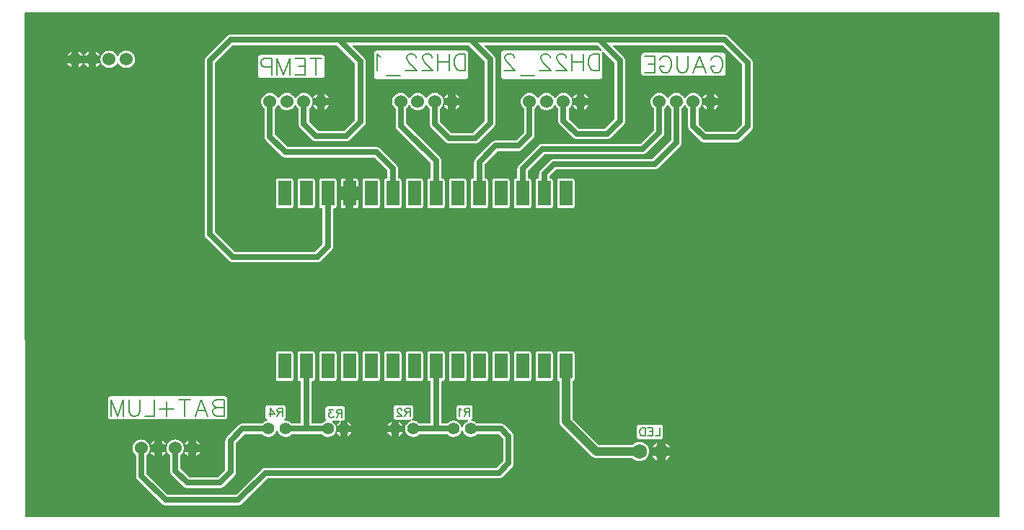
<source format=gbl>
G04 Layer: BottomLayer*
G04 EasyEDA v6.4.25, 2021-11-24T08:33:18+01:00*
G04 bd25dea3b5db44dbbe4f44f780b62c0e,10*
G04 Gerber Generator version 0.2*
G04 Scale: 100 percent, Rotated: No, Reflected: No *
G04 Dimensions in millimeters *
G04 leading zeros omitted , absolute positions ,4 integer and 5 decimal *
%FSLAX45Y45*%
%MOMM*%

%ADD11C,1.5240*%
%ADD12R,1.5000X3.0000*%
%ADD13C,1.7500*%
%ADD14C,1.4000*%
%ADD15C,0.7000*%
%ADD16C,1.0000*%
%ADD17C,0.2032*%

%LPD*%
G36*
X10049459Y4038600D02*
G01*
X10045598Y4039362D01*
X10042296Y4041546D01*
X10040112Y4044848D01*
X10039299Y4048709D01*
X10025888Y8223453D01*
X10025888Y9963912D01*
X10026700Y9967823D01*
X10028885Y9971125D01*
X10032187Y9973310D01*
X10036048Y9974072D01*
X21463914Y9974072D01*
X21467826Y9973310D01*
X21471128Y9971125D01*
X21473312Y9967823D01*
X21474074Y9963912D01*
X21474074Y4048760D01*
X21473312Y4044848D01*
X21471128Y4041597D01*
X21467826Y4039362D01*
X21463914Y4038600D01*
G37*

%LPC*%
G36*
X16308578Y7672679D02*
G01*
X16457422Y7672679D01*
X16463772Y7673390D01*
X16469207Y7675321D01*
X16474135Y7678420D01*
X16478199Y7682484D01*
X16481298Y7687411D01*
X16483177Y7692847D01*
X16483888Y7699146D01*
X16483888Y7998053D01*
X16483177Y8004352D01*
X16481298Y8009788D01*
X16478199Y8014716D01*
X16474135Y8018780D01*
X16469207Y8021878D01*
X16463772Y8023809D01*
X16457422Y8024520D01*
X16308578Y8024520D01*
X16302228Y8023809D01*
X16296792Y8021878D01*
X16291864Y8018780D01*
X16287800Y8014716D01*
X16284701Y8009788D01*
X16282822Y8004352D01*
X16282111Y7998053D01*
X16282111Y7699146D01*
X16282822Y7692847D01*
X16284701Y7687411D01*
X16287800Y7682484D01*
X16291864Y7678420D01*
X16296792Y7675321D01*
X16302228Y7673390D01*
G37*
G36*
X10729722Y9467850D02*
G01*
X10777474Y9467850D01*
X10777474Y9515043D01*
X10769854Y9511233D01*
X10758627Y9503511D01*
X10748518Y9494367D01*
X10739729Y9483953D01*
X10732363Y9472472D01*
X10731144Y9469831D01*
G37*
G36*
X11938304Y4384090D02*
G01*
X12318695Y4384090D01*
X12326721Y4384598D01*
X12328804Y4384903D01*
X12336576Y4386681D01*
X12345924Y4390390D01*
X12347803Y4391355D01*
X12356236Y4396790D01*
X12362281Y4402175D01*
X12488824Y4528718D01*
X12494209Y4534763D01*
X12499644Y4543196D01*
X12500610Y4545076D01*
X12504318Y4554423D01*
X12506096Y4562195D01*
X12506401Y4564278D01*
X12506909Y4572304D01*
X12506909Y4910886D01*
X12507671Y4914747D01*
X12509906Y4918049D01*
X12607950Y5016093D01*
X12611252Y5018328D01*
X12615113Y5019090D01*
X12811912Y5019090D01*
X12816281Y5018125D01*
X12820446Y5014569D01*
X12829997Y5005628D01*
X12840665Y4998059D01*
X12852298Y4992065D01*
X12864642Y4987696D01*
X12877444Y4985004D01*
X12890500Y4984140D01*
X12903555Y4985004D01*
X12916357Y4987696D01*
X12928701Y4992065D01*
X12940334Y4998059D01*
X12951002Y5005628D01*
X12960553Y5014569D01*
X12968833Y5024729D01*
X12975640Y5035905D01*
X12980873Y5047894D01*
X12982295Y5053126D01*
X12984378Y5056987D01*
X12987832Y5059629D01*
X12992100Y5060543D01*
X12996367Y5059629D01*
X12999821Y5056987D01*
X13001904Y5053126D01*
X13003377Y5047894D01*
X13008559Y5035905D01*
X13015366Y5024729D01*
X13023646Y5014569D01*
X13033197Y5005628D01*
X13043865Y4998059D01*
X13055498Y4992065D01*
X13067842Y4987696D01*
X13080644Y4985004D01*
X13093700Y4984140D01*
X13106755Y4985004D01*
X13119557Y4987696D01*
X13131901Y4992065D01*
X13143534Y4998059D01*
X13154202Y5005628D01*
X13163753Y5014569D01*
X13167918Y5018125D01*
X13172287Y5019090D01*
X13510412Y5019090D01*
X13514781Y5018125D01*
X13518946Y5014569D01*
X13528497Y5005628D01*
X13539165Y4998059D01*
X13550798Y4992065D01*
X13563142Y4987696D01*
X13575944Y4985004D01*
X13589000Y4984140D01*
X13602055Y4985004D01*
X13614857Y4987696D01*
X13627201Y4992065D01*
X13638834Y4998059D01*
X13649502Y5005628D01*
X13659053Y5014569D01*
X13667333Y5024729D01*
X13674140Y5035905D01*
X13674953Y5037734D01*
X13677138Y5040934D01*
X13680440Y5043068D01*
X13681760Y5043322D01*
X13681049Y5044236D01*
X13680033Y5047843D01*
X13680389Y5051552D01*
X13682878Y5060492D01*
X13684656Y5073446D01*
X13684656Y5086553D01*
X13682878Y5099507D01*
X13680389Y5108448D01*
X13680033Y5112156D01*
X13681049Y5115763D01*
X13681760Y5116677D01*
X13680440Y5116931D01*
X13677138Y5119065D01*
X13674953Y5122265D01*
X13674140Y5124094D01*
X13667333Y5135270D01*
X13659053Y5145430D01*
X13649502Y5154371D01*
X13644473Y5157927D01*
X13641628Y5161026D01*
X13640257Y5165090D01*
X13640663Y5169306D01*
X13642746Y5172964D01*
X13646200Y5175504D01*
X13650366Y5176367D01*
X13718133Y5176367D01*
X13722299Y5175504D01*
X13725753Y5172964D01*
X13727836Y5169306D01*
X13728242Y5165090D01*
X13726871Y5161026D01*
X13724026Y5157927D01*
X13718997Y5154371D01*
X13709446Y5145430D01*
X13701166Y5135270D01*
X13694359Y5124094D01*
X13692936Y5121351D01*
X13738148Y5121351D01*
X13738148Y5166207D01*
X13738910Y5170119D01*
X13741146Y5173421D01*
X13744397Y5175605D01*
X13748308Y5176367D01*
X13763701Y5176367D01*
X13770000Y5177078D01*
X13775486Y5179009D01*
X13780363Y5182108D01*
X13784478Y5186172D01*
X13787526Y5191099D01*
X13789456Y5196535D01*
X13790168Y5202885D01*
X13790168Y5317490D01*
X13789456Y5323840D01*
X13787526Y5329275D01*
X13784478Y5334203D01*
X13780363Y5338267D01*
X13775486Y5341366D01*
X13770000Y5343245D01*
X13763701Y5343956D01*
X13587222Y5343956D01*
X13580922Y5343245D01*
X13575436Y5341366D01*
X13570559Y5338267D01*
X13566444Y5334203D01*
X13563396Y5329275D01*
X13561466Y5323840D01*
X13560755Y5317490D01*
X13560755Y5202885D01*
X13561466Y5196535D01*
X13563396Y5191099D01*
X13566241Y5186578D01*
X13567714Y5182311D01*
X13567206Y5177840D01*
X13564819Y5173980D01*
X13561009Y5171592D01*
X13550798Y5167934D01*
X13539165Y5161940D01*
X13528497Y5154371D01*
X13518946Y5145430D01*
X13514781Y5141874D01*
X13510412Y5140909D01*
X13406069Y5140909D01*
X13402157Y5141671D01*
X13398906Y5143906D01*
X13396671Y5147157D01*
X13395909Y5151069D01*
X13395909Y5630519D01*
X13396671Y5634431D01*
X13398906Y5637733D01*
X13402157Y5639917D01*
X13406069Y5640679D01*
X13409422Y5640679D01*
X13415772Y5641390D01*
X13421207Y5643321D01*
X13426135Y5646420D01*
X13430199Y5650484D01*
X13433298Y5655411D01*
X13435177Y5660847D01*
X13435888Y5667146D01*
X13435888Y5966053D01*
X13435177Y5972352D01*
X13433298Y5977788D01*
X13430199Y5982716D01*
X13426135Y5986780D01*
X13421207Y5989878D01*
X13415772Y5991809D01*
X13409422Y5992520D01*
X13260578Y5992520D01*
X13254228Y5991809D01*
X13248792Y5989878D01*
X13243864Y5986780D01*
X13239800Y5982716D01*
X13236701Y5977788D01*
X13234822Y5972352D01*
X13234111Y5966053D01*
X13234111Y5667146D01*
X13234822Y5660847D01*
X13236701Y5655411D01*
X13239800Y5650484D01*
X13243864Y5646420D01*
X13248792Y5643321D01*
X13254228Y5641390D01*
X13260578Y5640679D01*
X13263930Y5640679D01*
X13267842Y5639917D01*
X13271093Y5637733D01*
X13273328Y5634431D01*
X13274090Y5630519D01*
X13274090Y5151069D01*
X13273328Y5147157D01*
X13271093Y5143906D01*
X13267842Y5141671D01*
X13263930Y5140909D01*
X13172287Y5140909D01*
X13167918Y5141874D01*
X13163753Y5145430D01*
X13154202Y5154371D01*
X13143534Y5161940D01*
X13131901Y5167934D01*
X13119557Y5172303D01*
X13106755Y5174996D01*
X13093700Y5175859D01*
X13086994Y5175402D01*
X13082574Y5176113D01*
X13078917Y5178602D01*
X13076631Y5182412D01*
X13076224Y5186832D01*
X13077698Y5191048D01*
X13081863Y5194808D01*
X13085978Y5198872D01*
X13089026Y5203799D01*
X13090956Y5209235D01*
X13091668Y5215585D01*
X13091668Y5330190D01*
X13090956Y5336540D01*
X13089026Y5341975D01*
X13085978Y5346903D01*
X13081863Y5350967D01*
X13076986Y5354066D01*
X13071500Y5355945D01*
X13065201Y5356656D01*
X12884200Y5356656D01*
X12877850Y5355945D01*
X12872415Y5354066D01*
X12867487Y5350967D01*
X12863423Y5346903D01*
X12860324Y5341975D01*
X12858445Y5336540D01*
X12857734Y5330190D01*
X12857734Y5215585D01*
X12858445Y5209235D01*
X12860324Y5203799D01*
X12863423Y5198872D01*
X12867487Y5194808D01*
X12872313Y5191760D01*
X12875209Y5189016D01*
X12876834Y5185359D01*
X12876885Y5181396D01*
X12875412Y5177637D01*
X12872618Y5174792D01*
X12868960Y5173218D01*
X12864642Y5172303D01*
X12852298Y5167934D01*
X12840665Y5161940D01*
X12829997Y5154371D01*
X12820446Y5145430D01*
X12816281Y5141874D01*
X12811912Y5140909D01*
X12586004Y5140909D01*
X12577978Y5140401D01*
X12575895Y5140096D01*
X12568123Y5138318D01*
X12558776Y5134610D01*
X12556896Y5133644D01*
X12548463Y5128209D01*
X12542418Y5122824D01*
X12403175Y4983581D01*
X12397790Y4977536D01*
X12392355Y4969103D01*
X12391390Y4967224D01*
X12387681Y4957876D01*
X12385903Y4950104D01*
X12385598Y4948021D01*
X12385090Y4939995D01*
X12385090Y4601413D01*
X12384328Y4597552D01*
X12382093Y4594250D01*
X12296749Y4508906D01*
X12293447Y4506671D01*
X12289586Y4505909D01*
X11967413Y4505909D01*
X11963552Y4506671D01*
X11960250Y4508906D01*
X11860580Y4608576D01*
X11858396Y4611827D01*
X11857583Y4615738D01*
X11857583Y4764735D01*
X11858040Y4767783D01*
X11859412Y4770475D01*
X11861495Y4772710D01*
X11865203Y4775708D01*
X11874703Y4785512D01*
X11882780Y4796485D01*
X11887809Y4805578D01*
X11890603Y4808829D01*
X11894566Y4810607D01*
X11895937Y4810607D01*
X11894261Y4813096D01*
X11893448Y4816906D01*
X11894261Y4821174D01*
X11897410Y4834432D01*
X11898782Y4847996D01*
X11898325Y4861610D01*
X11896039Y4875072D01*
X11893702Y4882692D01*
X11893245Y4886452D01*
X11894261Y4890109D01*
X11895734Y4892141D01*
X11892940Y4892700D01*
X11889740Y4894732D01*
X11887504Y4897831D01*
X11886285Y4900472D01*
X11878919Y4911953D01*
X11870131Y4922367D01*
X11860022Y4931511D01*
X11848795Y4939233D01*
X11836603Y4945380D01*
X11823700Y4949850D01*
X11810339Y4952593D01*
X11796776Y4953508D01*
X11783161Y4952593D01*
X11769801Y4949850D01*
X11756898Y4945380D01*
X11744706Y4939233D01*
X11733479Y4931511D01*
X11723370Y4922367D01*
X11714581Y4911953D01*
X11707215Y4900472D01*
X11705894Y4897577D01*
X11703659Y4894478D01*
X11700408Y4892395D01*
X11697919Y4891938D01*
X11699240Y4890109D01*
X11700256Y4886452D01*
X11699798Y4882692D01*
X11697462Y4875072D01*
X11695176Y4861610D01*
X11694718Y4847996D01*
X11696090Y4834432D01*
X11699392Y4820767D01*
X11700052Y4816906D01*
X11699240Y4813096D01*
X11697716Y4810861D01*
X11698833Y4810861D01*
X11702745Y4809083D01*
X11705590Y4805832D01*
X11710720Y4796485D01*
X11718798Y4785512D01*
X11728297Y4775708D01*
X11731904Y4772812D01*
X11733987Y4770577D01*
X11735358Y4767834D01*
X11735816Y4764836D01*
X11735816Y4586630D01*
X11736273Y4578553D01*
X11736578Y4576470D01*
X11739016Y4566716D01*
X11742064Y4559350D01*
X11747246Y4550765D01*
X11748516Y4549038D01*
X11753850Y4542993D01*
X11894718Y4402175D01*
X11900763Y4396790D01*
X11909196Y4391355D01*
X11911076Y4390390D01*
X11920423Y4386681D01*
X11928195Y4384903D01*
X11930278Y4384598D01*
G37*
G36*
X10666476Y9467850D02*
G01*
X10714177Y9467850D01*
X10712754Y9469831D01*
X10711535Y9472472D01*
X10704169Y9483953D01*
X10695381Y9494367D01*
X10685272Y9503511D01*
X10674045Y9511233D01*
X10666476Y9515043D01*
G37*
G36*
X17246600Y4699914D02*
G01*
X17261078Y4700828D01*
X17275352Y4703622D01*
X17289170Y4708194D01*
X17302226Y4714494D01*
X17314418Y4722418D01*
X17325492Y4731867D01*
X17335246Y4742586D01*
X17343577Y4754524D01*
X17350282Y4767427D01*
X17355312Y4781042D01*
X17358512Y4795215D01*
X17359934Y4809642D01*
X17359477Y4824171D01*
X17357140Y4838547D01*
X17353026Y4852466D01*
X17347133Y4865725D01*
X17339614Y4878171D01*
X17330521Y4889550D01*
X17320107Y4899660D01*
X17308474Y4908346D01*
X17295774Y4915458D01*
X17282312Y4920894D01*
X17268291Y4924602D01*
X17253864Y4926431D01*
X17239335Y4926431D01*
X17224908Y4924602D01*
X17210887Y4920894D01*
X17197425Y4915458D01*
X17184725Y4908346D01*
X17173092Y4899660D01*
X17165269Y4892090D01*
X17162018Y4889957D01*
X17158208Y4889195D01*
X16774261Y4889195D01*
X16770350Y4889957D01*
X16767048Y4892192D01*
X16461892Y5197348D01*
X16459657Y5200650D01*
X16458895Y5204561D01*
X16458895Y5632500D01*
X16459758Y5636564D01*
X16462146Y5639968D01*
X16465702Y5642102D01*
X16469207Y5643321D01*
X16474135Y5646420D01*
X16478199Y5650484D01*
X16481298Y5655411D01*
X16483177Y5660847D01*
X16483888Y5667146D01*
X16483888Y5966053D01*
X16483177Y5972352D01*
X16481298Y5977788D01*
X16478199Y5982716D01*
X16474135Y5986780D01*
X16469207Y5989878D01*
X16463772Y5991809D01*
X16457422Y5992520D01*
X16308578Y5992520D01*
X16302228Y5991809D01*
X16296792Y5989878D01*
X16291864Y5986780D01*
X16287800Y5982716D01*
X16284701Y5977788D01*
X16282822Y5972352D01*
X16282111Y5966053D01*
X16282111Y5667146D01*
X16282822Y5660847D01*
X16284701Y5655411D01*
X16287800Y5650484D01*
X16291864Y5646420D01*
X16296792Y5643321D01*
X16300297Y5642102D01*
X16303853Y5639968D01*
X16306241Y5636564D01*
X16307104Y5632500D01*
X16307155Y5166258D01*
X16307968Y5157419D01*
X16308374Y5154980D01*
X16310508Y5146344D01*
X16311270Y5144008D01*
X16314674Y5135778D01*
X16315791Y5133594D01*
X16320414Y5125974D01*
X16327475Y5117134D01*
X16686834Y4757775D01*
X16695674Y4750714D01*
X16703294Y4746091D01*
X16705478Y4744974D01*
X16713707Y4741570D01*
X16716044Y4740808D01*
X16724680Y4738674D01*
X16727119Y4738268D01*
X16735958Y4737455D01*
X17158208Y4737404D01*
X17162322Y4736541D01*
X17165726Y4734052D01*
X17167707Y4731867D01*
X17178782Y4722418D01*
X17190974Y4714494D01*
X17204029Y4708194D01*
X17217847Y4703622D01*
X17232122Y4700828D01*
G37*
G36*
X17450511Y4711852D02*
G01*
X17450511Y4763211D01*
X17399101Y4763211D01*
X17403622Y4754524D01*
X17411954Y4742586D01*
X17421707Y4731867D01*
X17432782Y4722418D01*
X17444974Y4714494D01*
G37*
G36*
X17550688Y4711852D02*
G01*
X17556226Y4714494D01*
X17568418Y4722418D01*
X17579492Y4731867D01*
X17589246Y4742586D01*
X17597577Y4754524D01*
X17602098Y4763211D01*
X17550688Y4763211D01*
G37*
G36*
X12041124Y4759604D02*
G01*
X12042698Y4760264D01*
X12054433Y4767224D01*
X12065101Y4775708D01*
X12074601Y4785512D01*
X12082678Y4796485D01*
X12088418Y4806950D01*
X12041124Y4806950D01*
G37*
G36*
X11641074Y4759604D02*
G01*
X11642648Y4760264D01*
X11654383Y4767224D01*
X11665051Y4775708D01*
X11674551Y4785512D01*
X11682628Y4796485D01*
X11687759Y4805832D01*
X11688775Y4806950D01*
X11641074Y4806950D01*
G37*
G36*
X11552174Y4759604D02*
G01*
X11552174Y4806950D01*
X11504371Y4806950D01*
X11505539Y4805578D01*
X11510568Y4796485D01*
X11518646Y4785512D01*
X11528145Y4775708D01*
X11538813Y4767224D01*
X11550548Y4760264D01*
G37*
G36*
X11952224Y4759604D02*
G01*
X11952224Y4806950D01*
X11904421Y4806950D01*
X11905589Y4805578D01*
X11910618Y4796485D01*
X11918696Y4785512D01*
X11928195Y4775708D01*
X11938863Y4767224D01*
X11950598Y4760264D01*
G37*
G36*
X17550688Y4863388D02*
G01*
X17602149Y4863388D01*
X17601133Y4865725D01*
X17593614Y4878171D01*
X17584521Y4889550D01*
X17574107Y4899660D01*
X17562474Y4908346D01*
X17550688Y4914950D01*
G37*
G36*
X17399050Y4863388D02*
G01*
X17450511Y4863388D01*
X17450511Y4914950D01*
X17438725Y4908346D01*
X17427092Y4899660D01*
X17416678Y4889550D01*
X17407585Y4878171D01*
X17400066Y4865725D01*
G37*
G36*
X10866374Y9467850D02*
G01*
X10914024Y9467850D01*
X10911433Y9472472D01*
X10904067Y9483953D01*
X10895279Y9494367D01*
X10885170Y9503511D01*
X10873943Y9511233D01*
X10866374Y9515043D01*
G37*
G36*
X12041124Y4895850D02*
G01*
X12088317Y4895850D01*
X12086183Y4900472D01*
X12078817Y4911953D01*
X12070029Y4922367D01*
X12059920Y4931511D01*
X12048693Y4939233D01*
X12041124Y4943043D01*
G37*
G36*
X11641074Y4895850D02*
G01*
X11688724Y4895850D01*
X11686133Y4900472D01*
X11678767Y4911953D01*
X11669979Y4922367D01*
X11659870Y4931511D01*
X11648643Y4939233D01*
X11641074Y4943043D01*
G37*
G36*
X11504422Y4895850D02*
G01*
X11552174Y4895850D01*
X11552174Y4943043D01*
X11544554Y4939233D01*
X11533327Y4931511D01*
X11523218Y4922367D01*
X11514429Y4911953D01*
X11507063Y4900472D01*
X11505844Y4897831D01*
G37*
G36*
X11904472Y4895850D02*
G01*
X11952224Y4895850D01*
X11952224Y4943043D01*
X11944604Y4939233D01*
X11933377Y4931511D01*
X11923268Y4922367D01*
X11914479Y4911953D01*
X11907113Y4900472D01*
X11905894Y4897831D01*
G37*
G36*
X17241062Y4960467D02*
G01*
X17497501Y4960467D01*
X17503800Y4961178D01*
X17509286Y4963109D01*
X17514163Y4966208D01*
X17518278Y4970272D01*
X17521326Y4975199D01*
X17523256Y4980635D01*
X17523968Y4986985D01*
X17523968Y5101590D01*
X17523256Y5107940D01*
X17521326Y5113375D01*
X17518278Y5118303D01*
X17514163Y5122367D01*
X17509286Y5125466D01*
X17503800Y5127345D01*
X17497501Y5128056D01*
X17241062Y5128056D01*
X17234712Y5127345D01*
X17229277Y5125466D01*
X17224349Y5122367D01*
X17220285Y5118303D01*
X17217186Y5113375D01*
X17215256Y5107940D01*
X17214545Y5101590D01*
X17214545Y4986985D01*
X17215256Y4980635D01*
X17217186Y4975199D01*
X17220285Y4970272D01*
X17224349Y4966208D01*
X17229277Y4963109D01*
X17234712Y4961178D01*
G37*
G36*
X10530332Y9467850D02*
G01*
X10577576Y9467850D01*
X10577576Y9515043D01*
X10569956Y9511233D01*
X10558729Y9503511D01*
X10548620Y9494367D01*
X10539831Y9483953D01*
X10532465Y9472472D01*
G37*
G36*
X10777474Y9331604D02*
G01*
X10777474Y9378950D01*
X10729671Y9378950D01*
X10730839Y9377578D01*
X10735868Y9368485D01*
X10743946Y9357512D01*
X10753445Y9347708D01*
X10764113Y9339224D01*
X10775848Y9332264D01*
G37*
G36*
X10666476Y9331604D02*
G01*
X10668050Y9332264D01*
X10679785Y9339224D01*
X10690453Y9347708D01*
X10699953Y9357512D01*
X10708030Y9368485D01*
X10713059Y9377578D01*
X10714228Y9378950D01*
X10666476Y9378950D01*
G37*
G36*
X10866374Y9331604D02*
G01*
X10867948Y9332264D01*
X10879683Y9339224D01*
X10890351Y9347708D01*
X10899851Y9357512D01*
X10907928Y9368485D01*
X10913059Y9377832D01*
X10914075Y9378950D01*
X10866374Y9378950D01*
G37*
G36*
X10577576Y9331604D02*
G01*
X10577576Y9378950D01*
X10530230Y9378950D01*
X10535970Y9368485D01*
X10544048Y9357512D01*
X10553547Y9347708D01*
X10564215Y9339224D01*
X10575950Y9332264D01*
G37*
G36*
X11015218Y9321546D02*
G01*
X11028883Y9321546D01*
X11042396Y9323374D01*
X11055553Y9326981D01*
X11068100Y9332264D01*
X11079835Y9339224D01*
X11090503Y9347708D01*
X11100003Y9357512D01*
X11108080Y9368485D01*
X11113109Y9377578D01*
X11115903Y9380829D01*
X11119866Y9382607D01*
X11124133Y9382607D01*
X11128095Y9380829D01*
X11130889Y9377578D01*
X11135918Y9368485D01*
X11143996Y9357512D01*
X11153495Y9347708D01*
X11164163Y9339224D01*
X11175898Y9332264D01*
X11188446Y9326981D01*
X11201603Y9323374D01*
X11215116Y9321546D01*
X11228781Y9321546D01*
X11242294Y9323374D01*
X11255451Y9326981D01*
X11267998Y9332264D01*
X11279733Y9339224D01*
X11290401Y9347708D01*
X11299901Y9357512D01*
X11307978Y9368485D01*
X11314531Y9380423D01*
X11319459Y9393174D01*
X11322608Y9406432D01*
X11323980Y9419996D01*
X11323523Y9433610D01*
X11321237Y9447072D01*
X11317224Y9460077D01*
X11311483Y9472472D01*
X11304117Y9483953D01*
X11295329Y9494367D01*
X11285220Y9503511D01*
X11273993Y9511233D01*
X11261801Y9517380D01*
X11248898Y9521850D01*
X11235537Y9524593D01*
X11221974Y9525508D01*
X11208359Y9524593D01*
X11194999Y9521850D01*
X11182096Y9517380D01*
X11169904Y9511233D01*
X11158677Y9503511D01*
X11148568Y9494367D01*
X11139779Y9483953D01*
X11132413Y9472472D01*
X11131194Y9469831D01*
X11128959Y9466732D01*
X11125758Y9464700D01*
X11121999Y9463989D01*
X11118240Y9464700D01*
X11115040Y9466732D01*
X11112804Y9469831D01*
X11111585Y9472472D01*
X11104219Y9483953D01*
X11095431Y9494367D01*
X11085322Y9503511D01*
X11074095Y9511233D01*
X11061903Y9517380D01*
X11049000Y9521850D01*
X11035639Y9524593D01*
X11022076Y9525508D01*
X11008461Y9524593D01*
X10995101Y9521850D01*
X10982198Y9517380D01*
X10970006Y9511233D01*
X10958779Y9503511D01*
X10948670Y9494367D01*
X10939881Y9483953D01*
X10932515Y9472472D01*
X10931194Y9469577D01*
X10928959Y9466478D01*
X10925708Y9464395D01*
X10923219Y9463938D01*
X10924540Y9462109D01*
X10925556Y9458452D01*
X10925098Y9454692D01*
X10922762Y9447072D01*
X10920476Y9433610D01*
X10920018Y9419996D01*
X10921390Y9406432D01*
X10924692Y9392767D01*
X10925352Y9388906D01*
X10924540Y9385096D01*
X10923016Y9382861D01*
X10924133Y9382861D01*
X10928045Y9381083D01*
X10930890Y9377832D01*
X10936020Y9368485D01*
X10944098Y9357512D01*
X10953597Y9347708D01*
X10964265Y9339224D01*
X10976000Y9332264D01*
X10988548Y9326981D01*
X11001705Y9323374D01*
G37*
G36*
X13820851Y4993690D02*
G01*
X13829334Y4998059D01*
X13840002Y5005628D01*
X13849553Y5014569D01*
X13857833Y5024729D01*
X13864640Y5035905D01*
X13865809Y5038648D01*
X13820851Y5038648D01*
G37*
G36*
X14417751Y4993690D02*
G01*
X14426234Y4998059D01*
X14436902Y5005628D01*
X14446453Y5014569D01*
X14454733Y5024729D01*
X14461540Y5035905D01*
X14462709Y5038648D01*
X14417751Y5038648D01*
G37*
G36*
X14335048Y4993690D02*
G01*
X14335048Y5038648D01*
X14290090Y5038648D01*
X14291259Y5035905D01*
X14298066Y5024729D01*
X14306346Y5014569D01*
X14315897Y5005628D01*
X14326565Y4998059D01*
G37*
G36*
X13738148Y4993690D02*
G01*
X13738148Y5038648D01*
X13692936Y5038648D01*
X13694359Y5035905D01*
X13701166Y5024729D01*
X13709446Y5014569D01*
X13718997Y5005628D01*
X13729665Y4998059D01*
G37*
G36*
X17296790Y9233306D02*
G01*
X18234101Y9233306D01*
X18240400Y9234017D01*
X18245886Y9235948D01*
X18250763Y9238996D01*
X18254878Y9243110D01*
X18257926Y9247987D01*
X18259856Y9253474D01*
X18260568Y9259773D01*
X18260568Y9472930D01*
X18259856Y9479280D01*
X18257926Y9484715D01*
X18254878Y9489643D01*
X18250763Y9493707D01*
X18245886Y9496806D01*
X18240400Y9498685D01*
X18234101Y9499396D01*
X17296790Y9499396D01*
X17290491Y9498685D01*
X17285055Y9496806D01*
X17280128Y9493707D01*
X17276064Y9489643D01*
X17272965Y9484715D01*
X17271034Y9479280D01*
X17270323Y9472930D01*
X17270323Y9259773D01*
X17271034Y9253474D01*
X17272965Y9247987D01*
X17276064Y9243110D01*
X17280128Y9238996D01*
X17285055Y9235948D01*
X17290491Y9234017D01*
G37*
G36*
X14290090Y5121351D02*
G01*
X14335048Y5121351D01*
X14335048Y5166309D01*
X14326565Y5161940D01*
X14315897Y5154371D01*
X14306346Y5145430D01*
X14298066Y5135270D01*
X14291259Y5124094D01*
G37*
G36*
X13820851Y5121351D02*
G01*
X13865809Y5121351D01*
X13864640Y5124094D01*
X13857833Y5135270D01*
X13849553Y5145430D01*
X13840002Y5154371D01*
X13829334Y5161940D01*
X13820851Y5166309D01*
G37*
G36*
X14417751Y5121351D02*
G01*
X14462709Y5121351D01*
X14461540Y5124094D01*
X14454733Y5135270D01*
X14446453Y5145430D01*
X14436902Y5154371D01*
X14426234Y5161940D01*
X14417751Y5166309D01*
G37*
G36*
X12793878Y9207906D02*
G01*
X13522401Y9207906D01*
X13528700Y9208617D01*
X13534186Y9210548D01*
X13539063Y9213596D01*
X13543178Y9217710D01*
X13546226Y9222587D01*
X13548156Y9228074D01*
X13548868Y9234373D01*
X13548868Y9447530D01*
X13548156Y9453880D01*
X13546226Y9459315D01*
X13543178Y9464243D01*
X13539063Y9468307D01*
X13534186Y9471406D01*
X13528700Y9473285D01*
X13522401Y9473996D01*
X12793878Y9473996D01*
X12787528Y9473285D01*
X12782092Y9471406D01*
X12777165Y9468307D01*
X12773101Y9464243D01*
X12770002Y9459315D01*
X12768072Y9453880D01*
X12767360Y9447530D01*
X12767360Y9234373D01*
X12768072Y9228074D01*
X12770002Y9222587D01*
X12773101Y9217710D01*
X12777165Y9213596D01*
X12782092Y9210548D01*
X12787528Y9208617D01*
G37*
G36*
X14157858Y9194038D02*
G01*
X15211501Y9194038D01*
X15217800Y9194749D01*
X15223286Y9196679D01*
X15228163Y9199778D01*
X15232278Y9203842D01*
X15235326Y9208770D01*
X15237256Y9214205D01*
X15237968Y9220555D01*
X15237968Y9498330D01*
X15237256Y9504680D01*
X15235326Y9510115D01*
X15232278Y9515043D01*
X15228163Y9519107D01*
X15223286Y9522206D01*
X15217800Y9524085D01*
X15211501Y9524796D01*
X14157858Y9524796D01*
X14151508Y9524085D01*
X14146072Y9522206D01*
X14141145Y9519107D01*
X14137081Y9515043D01*
X14133982Y9510115D01*
X14132051Y9504680D01*
X14131340Y9498330D01*
X14131340Y9220555D01*
X14132051Y9214205D01*
X14133982Y9208770D01*
X14137081Y9203842D01*
X14141145Y9199778D01*
X14146072Y9196679D01*
X14151508Y9194749D01*
G37*
G36*
X16463772Y8972550D02*
G01*
X16511524Y8972550D01*
X16511524Y9019743D01*
X16503904Y9015933D01*
X16492677Y9008211D01*
X16482568Y8999067D01*
X16473779Y8988653D01*
X16466413Y8977172D01*
X16465194Y8974531D01*
G37*
G36*
X14952472Y8972550D02*
G01*
X15000224Y8972550D01*
X15000224Y9019743D01*
X14992604Y9015933D01*
X14981377Y9008211D01*
X14971268Y8999067D01*
X14962479Y8988653D01*
X14955113Y8977172D01*
X14953894Y8974531D01*
G37*
G36*
X17987772Y8972550D02*
G01*
X18035524Y8972550D01*
X18035524Y9019743D01*
X18027904Y9015933D01*
X18016677Y9008211D01*
X18006568Y8999067D01*
X17997779Y8988653D01*
X17990413Y8977172D01*
X17989194Y8974531D01*
G37*
G36*
X13415772Y8972550D02*
G01*
X13463524Y8972550D01*
X13463524Y9019743D01*
X13455904Y9015933D01*
X13444677Y9008211D01*
X13434568Y8999067D01*
X13425779Y8988653D01*
X13418413Y8977172D01*
X13417194Y8974531D01*
G37*
G36*
X18124424Y8972550D02*
G01*
X18171617Y8972550D01*
X18169483Y8977172D01*
X18162117Y8988653D01*
X18153329Y8999067D01*
X18143220Y9008211D01*
X18131993Y9015933D01*
X18124424Y9019743D01*
G37*
G36*
X16600424Y8972550D02*
G01*
X16647617Y8972550D01*
X16645483Y8977172D01*
X16638117Y8988653D01*
X16629329Y8999067D01*
X16619219Y9008211D01*
X16607993Y9015933D01*
X16600424Y9019743D01*
G37*
G36*
X11033861Y5194706D02*
G01*
X12379401Y5194706D01*
X12385700Y5195417D01*
X12391186Y5197348D01*
X12396063Y5200396D01*
X12400178Y5204510D01*
X12403226Y5209387D01*
X12405156Y5214874D01*
X12405868Y5221173D01*
X12405868Y5434330D01*
X12405156Y5440680D01*
X12403226Y5446115D01*
X12400178Y5451043D01*
X12396063Y5455107D01*
X12391186Y5458206D01*
X12385700Y5460085D01*
X12379401Y5460796D01*
X11033861Y5460796D01*
X11027562Y5460085D01*
X11022076Y5458206D01*
X11017199Y5455107D01*
X11013084Y5451043D01*
X11010036Y5446115D01*
X11008106Y5440680D01*
X11007394Y5434330D01*
X11007394Y5221173D01*
X11008106Y5214874D01*
X11010036Y5209387D01*
X11013084Y5204510D01*
X11017199Y5200396D01*
X11022076Y5197348D01*
X11027562Y5195417D01*
G37*
G36*
X14530578Y5640679D02*
G01*
X14679422Y5640679D01*
X14685772Y5641390D01*
X14691207Y5643321D01*
X14696135Y5646420D01*
X14700199Y5650484D01*
X14703298Y5655411D01*
X14705177Y5660847D01*
X14705888Y5667146D01*
X14705888Y5966053D01*
X14705177Y5972352D01*
X14703298Y5977788D01*
X14700199Y5982716D01*
X14696135Y5986780D01*
X14691207Y5989878D01*
X14685772Y5991809D01*
X14679422Y5992520D01*
X14530578Y5992520D01*
X14524228Y5991809D01*
X14518792Y5989878D01*
X14513864Y5986780D01*
X14509800Y5982716D01*
X14506701Y5977788D01*
X14504822Y5972352D01*
X14504111Y5966053D01*
X14504111Y5667146D01*
X14504822Y5660847D01*
X14506701Y5655411D01*
X14509800Y5650484D01*
X14513864Y5646420D01*
X14518792Y5643321D01*
X14524228Y5641390D01*
G37*
G36*
X16054578Y5640679D02*
G01*
X16203422Y5640679D01*
X16209772Y5641390D01*
X16215207Y5643321D01*
X16220135Y5646420D01*
X16224199Y5650484D01*
X16227298Y5655411D01*
X16229177Y5660847D01*
X16229888Y5667146D01*
X16229888Y5966053D01*
X16229177Y5972352D01*
X16227298Y5977788D01*
X16224199Y5982716D01*
X16220135Y5986780D01*
X16215207Y5989878D01*
X16209772Y5991809D01*
X16203422Y5992520D01*
X16054578Y5992520D01*
X16048228Y5991809D01*
X16042792Y5989878D01*
X16037864Y5986780D01*
X16033800Y5982716D01*
X16030701Y5977788D01*
X16028822Y5972352D01*
X16028111Y5966053D01*
X16028111Y5667146D01*
X16028822Y5660847D01*
X16030701Y5655411D01*
X16033800Y5650484D01*
X16037864Y5646420D01*
X16042792Y5643321D01*
X16048228Y5641390D01*
G37*
G36*
X15292578Y5640679D02*
G01*
X15441422Y5640679D01*
X15447772Y5641390D01*
X15453207Y5643321D01*
X15458135Y5646420D01*
X15462199Y5650484D01*
X15465298Y5655411D01*
X15467177Y5660847D01*
X15467888Y5667146D01*
X15467888Y5966053D01*
X15467177Y5972352D01*
X15465298Y5977788D01*
X15462199Y5982716D01*
X15458135Y5986780D01*
X15453207Y5989878D01*
X15447772Y5991809D01*
X15441422Y5992520D01*
X15292578Y5992520D01*
X15286228Y5991809D01*
X15280792Y5989878D01*
X15275864Y5986780D01*
X15271800Y5982716D01*
X15268701Y5977788D01*
X15266822Y5972352D01*
X15266111Y5966053D01*
X15266111Y5667146D01*
X15266822Y5660847D01*
X15268701Y5655411D01*
X15271800Y5650484D01*
X15275864Y5646420D01*
X15280792Y5643321D01*
X15286228Y5641390D01*
G37*
G36*
X15038578Y5640679D02*
G01*
X15187422Y5640679D01*
X15193772Y5641390D01*
X15199207Y5643321D01*
X15204135Y5646420D01*
X15208199Y5650484D01*
X15211298Y5655411D01*
X15213177Y5660847D01*
X15213888Y5667146D01*
X15213888Y5966053D01*
X15213177Y5972352D01*
X15211298Y5977788D01*
X15208199Y5982716D01*
X15204135Y5986780D01*
X15199207Y5989878D01*
X15193772Y5991809D01*
X15187422Y5992520D01*
X15038578Y5992520D01*
X15032228Y5991809D01*
X15026792Y5989878D01*
X15021864Y5986780D01*
X15017800Y5982716D01*
X15014701Y5977788D01*
X15012822Y5972352D01*
X15012111Y5966053D01*
X15012111Y5667146D01*
X15012822Y5660847D01*
X15014701Y5655411D01*
X15017800Y5650484D01*
X15021864Y5646420D01*
X15026792Y5643321D01*
X15032228Y5641390D01*
G37*
G36*
X15800578Y5640679D02*
G01*
X15949422Y5640679D01*
X15955772Y5641390D01*
X15961207Y5643321D01*
X15966135Y5646420D01*
X15970199Y5650484D01*
X15973298Y5655411D01*
X15975177Y5660847D01*
X15975888Y5667146D01*
X15975888Y5966053D01*
X15975177Y5972352D01*
X15973298Y5977788D01*
X15970199Y5982716D01*
X15966135Y5986780D01*
X15961207Y5989878D01*
X15955772Y5991809D01*
X15949422Y5992520D01*
X15800578Y5992520D01*
X15794228Y5991809D01*
X15788792Y5989878D01*
X15783864Y5986780D01*
X15779800Y5982716D01*
X15776701Y5977788D01*
X15774822Y5972352D01*
X15774111Y5966053D01*
X15774111Y5667146D01*
X15774822Y5660847D01*
X15776701Y5655411D01*
X15779800Y5650484D01*
X15783864Y5646420D01*
X15788792Y5643321D01*
X15794228Y5641390D01*
G37*
G36*
X13768578Y5640679D02*
G01*
X13917422Y5640679D01*
X13923772Y5641390D01*
X13929207Y5643321D01*
X13934135Y5646420D01*
X13938199Y5650484D01*
X13941298Y5655411D01*
X13943177Y5660847D01*
X13943888Y5667146D01*
X13943888Y5966053D01*
X13943177Y5972352D01*
X13941298Y5977788D01*
X13938199Y5982716D01*
X13934135Y5986780D01*
X13929207Y5989878D01*
X13923772Y5991809D01*
X13917422Y5992520D01*
X13768578Y5992520D01*
X13762228Y5991809D01*
X13756792Y5989878D01*
X13751864Y5986780D01*
X13747800Y5982716D01*
X13744701Y5977788D01*
X13742822Y5972352D01*
X13742111Y5966053D01*
X13742111Y5667146D01*
X13742822Y5660847D01*
X13744701Y5655411D01*
X13747800Y5650484D01*
X13751864Y5646420D01*
X13756792Y5643321D01*
X13762228Y5641390D01*
G37*
G36*
X13514578Y5640679D02*
G01*
X13663422Y5640679D01*
X13669772Y5641390D01*
X13675207Y5643321D01*
X13680135Y5646420D01*
X13684199Y5650484D01*
X13687298Y5655411D01*
X13689177Y5660847D01*
X13689888Y5667146D01*
X13689888Y5966053D01*
X13689177Y5972352D01*
X13687298Y5977788D01*
X13684199Y5982716D01*
X13680135Y5986780D01*
X13675207Y5989878D01*
X13669772Y5991809D01*
X13663422Y5992520D01*
X13514578Y5992520D01*
X13508228Y5991809D01*
X13502792Y5989878D01*
X13497864Y5986780D01*
X13493800Y5982716D01*
X13490701Y5977788D01*
X13488822Y5972352D01*
X13488111Y5966053D01*
X13488111Y5667146D01*
X13488822Y5660847D01*
X13490701Y5655411D01*
X13493800Y5650484D01*
X13497864Y5646420D01*
X13502792Y5643321D01*
X13508228Y5641390D01*
G37*
G36*
X14276578Y5640679D02*
G01*
X14425422Y5640679D01*
X14431772Y5641390D01*
X14437207Y5643321D01*
X14442135Y5646420D01*
X14446199Y5650484D01*
X14449298Y5655411D01*
X14451177Y5660847D01*
X14451888Y5667146D01*
X14451888Y5966053D01*
X14451177Y5972352D01*
X14449298Y5977788D01*
X14446199Y5982716D01*
X14442135Y5986780D01*
X14437207Y5989878D01*
X14431772Y5991809D01*
X14425422Y5992520D01*
X14276578Y5992520D01*
X14270228Y5991809D01*
X14264792Y5989878D01*
X14259864Y5986780D01*
X14255800Y5982716D01*
X14252701Y5977788D01*
X14250822Y5972352D01*
X14250111Y5966053D01*
X14250111Y5667146D01*
X14250822Y5660847D01*
X14252701Y5655411D01*
X14255800Y5650484D01*
X14259864Y5646420D01*
X14264792Y5643321D01*
X14270228Y5641390D01*
G37*
G36*
X14022578Y5640679D02*
G01*
X14171422Y5640679D01*
X14177772Y5641390D01*
X14183207Y5643321D01*
X14188135Y5646420D01*
X14192199Y5650484D01*
X14195298Y5655411D01*
X14197177Y5660847D01*
X14197888Y5667146D01*
X14197888Y5966053D01*
X14197177Y5972352D01*
X14195298Y5977788D01*
X14192199Y5982716D01*
X14188135Y5986780D01*
X14183207Y5989878D01*
X14177772Y5991809D01*
X14171422Y5992520D01*
X14022578Y5992520D01*
X14016228Y5991809D01*
X14010792Y5989878D01*
X14005864Y5986780D01*
X14001800Y5982716D01*
X13998701Y5977788D01*
X13996822Y5972352D01*
X13996111Y5966053D01*
X13996111Y5667146D01*
X13996822Y5660847D01*
X13998701Y5655411D01*
X14001800Y5650484D01*
X14005864Y5646420D01*
X14010792Y5643321D01*
X14016228Y5641390D01*
G37*
G36*
X15546578Y5640679D02*
G01*
X15695422Y5640679D01*
X15701772Y5641390D01*
X15707207Y5643321D01*
X15712135Y5646420D01*
X15716199Y5650484D01*
X15719298Y5655411D01*
X15721177Y5660847D01*
X15721888Y5667146D01*
X15721888Y5966053D01*
X15721177Y5972352D01*
X15719298Y5977788D01*
X15716199Y5982716D01*
X15712135Y5986780D01*
X15707207Y5989878D01*
X15701772Y5991809D01*
X15695422Y5992520D01*
X15546578Y5992520D01*
X15540228Y5991809D01*
X15534792Y5989878D01*
X15529864Y5986780D01*
X15525800Y5982716D01*
X15522701Y5977788D01*
X15520822Y5972352D01*
X15520111Y5966053D01*
X15520111Y5667146D01*
X15520822Y5660847D01*
X15522701Y5655411D01*
X15525800Y5650484D01*
X15529864Y5646420D01*
X15534792Y5643321D01*
X15540228Y5641390D01*
G37*
G36*
X13006578Y5640679D02*
G01*
X13155422Y5640679D01*
X13161772Y5641390D01*
X13167207Y5643321D01*
X13172135Y5646420D01*
X13176199Y5650484D01*
X13179298Y5655411D01*
X13181177Y5660847D01*
X13181888Y5667146D01*
X13181888Y5966053D01*
X13181177Y5972352D01*
X13179298Y5977788D01*
X13176199Y5982716D01*
X13172135Y5986780D01*
X13167207Y5989878D01*
X13161772Y5991809D01*
X13155422Y5992520D01*
X13006578Y5992520D01*
X13000228Y5991809D01*
X12994792Y5989878D01*
X12989864Y5986780D01*
X12985800Y5982716D01*
X12982702Y5977788D01*
X12980822Y5972352D01*
X12980111Y5966053D01*
X12980111Y5667146D01*
X12980822Y5660847D01*
X12982702Y5655411D01*
X12985800Y5650484D01*
X12989864Y5646420D01*
X12994792Y5643321D01*
X13000228Y5641390D01*
G37*
G36*
X12471704Y7038390D02*
G01*
X13461695Y7038390D01*
X13469721Y7038898D01*
X13471804Y7039203D01*
X13479576Y7040981D01*
X13488924Y7044690D01*
X13490803Y7045655D01*
X13499236Y7051090D01*
X13505281Y7056475D01*
X13631824Y7183018D01*
X13637209Y7189063D01*
X13642644Y7197496D01*
X13643610Y7199375D01*
X13647318Y7208723D01*
X13649096Y7216495D01*
X13649401Y7218578D01*
X13649909Y7226604D01*
X13649909Y7662519D01*
X13650671Y7666431D01*
X13652906Y7669733D01*
X13656157Y7671917D01*
X13660069Y7672679D01*
X13663422Y7672679D01*
X13669772Y7673390D01*
X13675207Y7675321D01*
X13680135Y7678420D01*
X13684199Y7682484D01*
X13687298Y7687411D01*
X13689177Y7692847D01*
X13689888Y7699146D01*
X13689888Y7998053D01*
X13689177Y8004352D01*
X13687298Y8009788D01*
X13684199Y8014716D01*
X13680135Y8018780D01*
X13675207Y8021878D01*
X13669772Y8023809D01*
X13663422Y8024520D01*
X13514578Y8024520D01*
X13508228Y8023809D01*
X13502792Y8021878D01*
X13497864Y8018780D01*
X13493800Y8014716D01*
X13490701Y8009788D01*
X13488822Y8004352D01*
X13488111Y7998053D01*
X13488111Y7699146D01*
X13488822Y7692847D01*
X13490701Y7687411D01*
X13493800Y7682484D01*
X13497864Y7678420D01*
X13502792Y7675321D01*
X13508228Y7673390D01*
X13514578Y7672679D01*
X13517930Y7672679D01*
X13521842Y7671917D01*
X13525093Y7669733D01*
X13527328Y7666431D01*
X13528090Y7662519D01*
X13528090Y7255713D01*
X13527328Y7251852D01*
X13525093Y7248550D01*
X13439749Y7163206D01*
X13436447Y7160971D01*
X13432586Y7160209D01*
X12500813Y7160209D01*
X12496952Y7160971D01*
X12493650Y7163206D01*
X12268606Y7388250D01*
X12266371Y7391552D01*
X12265609Y7395413D01*
X12265609Y9381286D01*
X12266371Y9385147D01*
X12268606Y9388449D01*
X12468250Y9588093D01*
X12471552Y9590328D01*
X12475413Y9591090D01*
X13686586Y9591090D01*
X13690447Y9590328D01*
X13693749Y9588093D01*
X13906093Y9375749D01*
X13908328Y9372447D01*
X13909090Y9368586D01*
X13909090Y8716213D01*
X13908328Y8712352D01*
X13906093Y8709050D01*
X13782649Y8585606D01*
X13779347Y8583371D01*
X13775486Y8582609D01*
X13478713Y8582609D01*
X13474852Y8583371D01*
X13471550Y8585606D01*
X13371982Y8685174D01*
X13369747Y8688476D01*
X13368985Y8692337D01*
X13368985Y8841486D01*
X13369442Y8844534D01*
X13370763Y8847277D01*
X13372846Y8849461D01*
X13376503Y8852408D01*
X13386003Y8862212D01*
X13394080Y8873185D01*
X13399109Y8882278D01*
X13401903Y8885529D01*
X13405866Y8887307D01*
X13407237Y8887307D01*
X13405561Y8889796D01*
X13404748Y8893606D01*
X13405561Y8897874D01*
X13408710Y8911132D01*
X13410082Y8924696D01*
X13409625Y8938310D01*
X13407339Y8951772D01*
X13405002Y8959392D01*
X13404545Y8963152D01*
X13405561Y8966809D01*
X13407034Y8968841D01*
X13404240Y8969400D01*
X13401040Y8971432D01*
X13398804Y8974531D01*
X13397585Y8977172D01*
X13390219Y8988653D01*
X13381431Y8999067D01*
X13371322Y9008211D01*
X13360095Y9015933D01*
X13347903Y9022080D01*
X13335000Y9026550D01*
X13321639Y9029293D01*
X13308076Y9030208D01*
X13294461Y9029293D01*
X13281101Y9026550D01*
X13268198Y9022080D01*
X13256006Y9015933D01*
X13244779Y9008211D01*
X13234669Y8999067D01*
X13225881Y8988653D01*
X13218515Y8977172D01*
X13217194Y8974277D01*
X13214959Y8971178D01*
X13211708Y8969095D01*
X13208000Y8968384D01*
X13204240Y8969095D01*
X13200989Y8971178D01*
X13198754Y8974277D01*
X13197433Y8977172D01*
X13190067Y8988653D01*
X13181279Y8999067D01*
X13171169Y9008211D01*
X13159943Y9015933D01*
X13147751Y9022080D01*
X13134848Y9026550D01*
X13121487Y9029293D01*
X13107924Y9030208D01*
X13094309Y9029293D01*
X13080949Y9026550D01*
X13068046Y9022080D01*
X13055854Y9015933D01*
X13044627Y9008211D01*
X13034518Y8999067D01*
X13025729Y8988653D01*
X13018363Y8977172D01*
X13017144Y8974531D01*
X13014909Y8971432D01*
X13011708Y8969400D01*
X13007949Y8968689D01*
X13004190Y8969400D01*
X13000990Y8971432D01*
X12998754Y8974531D01*
X12997535Y8977172D01*
X12990169Y8988653D01*
X12981381Y8999067D01*
X12971272Y9008211D01*
X12960045Y9015933D01*
X12947853Y9022080D01*
X12934950Y9026550D01*
X12921589Y9029293D01*
X12908026Y9030208D01*
X12894411Y9029293D01*
X12881051Y9026550D01*
X12868148Y9022080D01*
X12855956Y9015933D01*
X12844729Y9008211D01*
X12834620Y8999067D01*
X12825831Y8988653D01*
X12818465Y8977172D01*
X12812725Y8964777D01*
X12808712Y8951772D01*
X12806426Y8938310D01*
X12805968Y8924696D01*
X12807340Y8911132D01*
X12810490Y8897874D01*
X12815417Y8885123D01*
X12821970Y8873185D01*
X12830048Y8862212D01*
X12839547Y8852408D01*
X12843256Y8849461D01*
X12845338Y8847226D01*
X12846659Y8844483D01*
X12847116Y8841486D01*
X12847116Y8517178D01*
X12847624Y8509152D01*
X12847929Y8507069D01*
X12849707Y8499297D01*
X12853416Y8489950D01*
X12854381Y8488070D01*
X12859816Y8479637D01*
X12865201Y8473592D01*
X13050418Y8288375D01*
X13056463Y8282990D01*
X13064896Y8277555D01*
X13066776Y8276590D01*
X13076123Y8272881D01*
X13083895Y8271103D01*
X13085978Y8270798D01*
X13094004Y8270290D01*
X14131086Y8270290D01*
X14134947Y8269528D01*
X14138249Y8267293D01*
X14287093Y8118449D01*
X14289328Y8115147D01*
X14290090Y8111286D01*
X14290090Y8034680D01*
X14289328Y8030768D01*
X14287093Y8027466D01*
X14283842Y8025282D01*
X14279930Y8024520D01*
X14276578Y8024520D01*
X14270228Y8023809D01*
X14264792Y8021878D01*
X14259864Y8018780D01*
X14255800Y8014716D01*
X14252701Y8009788D01*
X14250822Y8004352D01*
X14250111Y7998053D01*
X14250111Y7699146D01*
X14250822Y7692847D01*
X14252701Y7687411D01*
X14255800Y7682484D01*
X14259864Y7678420D01*
X14264792Y7675321D01*
X14270228Y7673390D01*
X14276578Y7672679D01*
X14425422Y7672679D01*
X14431772Y7673390D01*
X14437207Y7675321D01*
X14442135Y7678420D01*
X14446199Y7682484D01*
X14449298Y7687411D01*
X14451177Y7692847D01*
X14451888Y7699146D01*
X14451888Y7998053D01*
X14451177Y8004352D01*
X14449298Y8009788D01*
X14446199Y8014716D01*
X14442135Y8018780D01*
X14437207Y8021878D01*
X14431772Y8023809D01*
X14425422Y8024520D01*
X14422069Y8024520D01*
X14418157Y8025282D01*
X14414906Y8027466D01*
X14412671Y8030768D01*
X14411909Y8034680D01*
X14411909Y8140395D01*
X14411401Y8148421D01*
X14411096Y8150504D01*
X14409318Y8158276D01*
X14405610Y8167624D01*
X14404644Y8169503D01*
X14399209Y8177936D01*
X14393824Y8183981D01*
X14203781Y8374024D01*
X14197736Y8379409D01*
X14189303Y8384844D01*
X14187424Y8385809D01*
X14178076Y8389518D01*
X14170304Y8391296D01*
X14168221Y8391601D01*
X14160195Y8392109D01*
X13123113Y8392109D01*
X13119252Y8392871D01*
X13115950Y8395106D01*
X12971932Y8539124D01*
X12969697Y8542426D01*
X12968935Y8546287D01*
X12968935Y8841486D01*
X12969392Y8844534D01*
X12970713Y8847277D01*
X12972796Y8849461D01*
X12976453Y8852408D01*
X12985953Y8862212D01*
X12994030Y8873185D01*
X12999059Y8882278D01*
X13001853Y8885529D01*
X13005815Y8887307D01*
X13010083Y8887307D01*
X13014045Y8885529D01*
X13016839Y8882278D01*
X13021868Y8873185D01*
X13029946Y8862212D01*
X13039445Y8852408D01*
X13050113Y8843924D01*
X13061848Y8836964D01*
X13074396Y8831681D01*
X13087553Y8828074D01*
X13101065Y8826246D01*
X13114731Y8826246D01*
X13128244Y8828074D01*
X13141401Y8831681D01*
X13153948Y8836964D01*
X13165683Y8843924D01*
X13176351Y8852408D01*
X13185851Y8862212D01*
X13193928Y8873185D01*
X13199059Y8882532D01*
X13201904Y8885783D01*
X13205815Y8887561D01*
X13210133Y8887561D01*
X13214045Y8885783D01*
X13216890Y8882532D01*
X13222020Y8873185D01*
X13230098Y8862212D01*
X13239597Y8852408D01*
X13243306Y8849461D01*
X13245388Y8847226D01*
X13246709Y8844483D01*
X13247166Y8841486D01*
X13247166Y8663228D01*
X13247674Y8655202D01*
X13247979Y8653119D01*
X13249757Y8645347D01*
X13253466Y8636000D01*
X13254431Y8634120D01*
X13259866Y8625687D01*
X13265251Y8619642D01*
X13406018Y8478875D01*
X13412063Y8473490D01*
X13420496Y8468055D01*
X13422376Y8467090D01*
X13431723Y8463381D01*
X13439495Y8461603D01*
X13441578Y8461298D01*
X13449604Y8460790D01*
X13804595Y8460790D01*
X13812621Y8461298D01*
X13814704Y8461603D01*
X13822476Y8463381D01*
X13831824Y8467090D01*
X13833703Y8468055D01*
X13842136Y8473490D01*
X13848181Y8478875D01*
X14012824Y8643518D01*
X14018209Y8649563D01*
X14023644Y8657996D01*
X14024610Y8659876D01*
X14028318Y8669223D01*
X14030096Y8676995D01*
X14030401Y8679078D01*
X14030909Y8687104D01*
X14030909Y9397695D01*
X14030401Y9405721D01*
X14030096Y9407804D01*
X14028318Y9415576D01*
X14024610Y9424924D01*
X14023644Y9426803D01*
X14018209Y9435236D01*
X14012824Y9441281D01*
X13880388Y9573768D01*
X13878204Y9577019D01*
X13877391Y9580930D01*
X13878204Y9584842D01*
X13880388Y9588093D01*
X13883690Y9590328D01*
X13887551Y9591090D01*
X15235986Y9591090D01*
X15239847Y9590328D01*
X15243149Y9588093D01*
X15430093Y9401149D01*
X15432328Y9397847D01*
X15433090Y9393986D01*
X15433090Y8703513D01*
X15432328Y8699652D01*
X15430093Y8696350D01*
X15293949Y8560206D01*
X15290647Y8557971D01*
X15286786Y8557209D01*
X15040813Y8557209D01*
X15036952Y8557971D01*
X15033650Y8560206D01*
X14908682Y8685174D01*
X14906447Y8688476D01*
X14905685Y8692337D01*
X14905685Y8841486D01*
X14906142Y8844534D01*
X14907463Y8847277D01*
X14909546Y8849461D01*
X14913203Y8852408D01*
X14922703Y8862212D01*
X14930780Y8873185D01*
X14935809Y8882278D01*
X14938603Y8885529D01*
X14942566Y8887307D01*
X14943937Y8887307D01*
X14942261Y8889796D01*
X14941448Y8893606D01*
X14942261Y8897874D01*
X14945410Y8911132D01*
X14946782Y8924696D01*
X14946325Y8938310D01*
X14944039Y8951772D01*
X14941702Y8959392D01*
X14941245Y8963152D01*
X14942261Y8966809D01*
X14943734Y8968841D01*
X14940940Y8969400D01*
X14937740Y8971432D01*
X14935504Y8974531D01*
X14934285Y8977172D01*
X14926919Y8988653D01*
X14918131Y8999067D01*
X14908022Y9008211D01*
X14896795Y9015933D01*
X14884603Y9022080D01*
X14871700Y9026550D01*
X14858339Y9029293D01*
X14844776Y9030208D01*
X14831161Y9029293D01*
X14817801Y9026550D01*
X14804898Y9022080D01*
X14792706Y9015933D01*
X14781479Y9008211D01*
X14771369Y8999067D01*
X14762581Y8988653D01*
X14755215Y8977172D01*
X14753894Y8974277D01*
X14751659Y8971178D01*
X14748408Y8969095D01*
X14744700Y8968384D01*
X14740940Y8969095D01*
X14737689Y8971178D01*
X14735454Y8974277D01*
X14734133Y8977172D01*
X14726767Y8988653D01*
X14717979Y8999067D01*
X14707869Y9008211D01*
X14696643Y9015933D01*
X14684451Y9022080D01*
X14671548Y9026550D01*
X14658187Y9029293D01*
X14644624Y9030208D01*
X14631009Y9029293D01*
X14617649Y9026550D01*
X14604746Y9022080D01*
X14592554Y9015933D01*
X14581327Y9008211D01*
X14571218Y8999067D01*
X14562429Y8988653D01*
X14555063Y8977172D01*
X14553844Y8974531D01*
X14551609Y8971432D01*
X14548408Y8969400D01*
X14544649Y8968689D01*
X14540890Y8969400D01*
X14537690Y8971432D01*
X14535454Y8974531D01*
X14534235Y8977172D01*
X14526869Y8988653D01*
X14518081Y8999067D01*
X14507972Y9008211D01*
X14496745Y9015933D01*
X14484553Y9022080D01*
X14471650Y9026550D01*
X14458289Y9029293D01*
X14444726Y9030208D01*
X14431111Y9029293D01*
X14417751Y9026550D01*
X14404848Y9022080D01*
X14392656Y9015933D01*
X14381429Y9008211D01*
X14371319Y8999067D01*
X14362531Y8988653D01*
X14355165Y8977172D01*
X14349425Y8964777D01*
X14345412Y8951772D01*
X14343126Y8938310D01*
X14342668Y8924696D01*
X14344040Y8911132D01*
X14347190Y8897874D01*
X14352117Y8885123D01*
X14358670Y8873185D01*
X14366748Y8862212D01*
X14376247Y8852408D01*
X14379956Y8849461D01*
X14382038Y8847226D01*
X14383359Y8844483D01*
X14383816Y8841486D01*
X14383816Y8644178D01*
X14384324Y8636152D01*
X14384629Y8634069D01*
X14386407Y8626297D01*
X14390116Y8616950D01*
X14391081Y8615070D01*
X14396516Y8606637D01*
X14401901Y8600592D01*
X14795093Y8207349D01*
X14797328Y8204047D01*
X14798090Y8200186D01*
X14798090Y8034680D01*
X14797328Y8030768D01*
X14795093Y8027466D01*
X14791842Y8025282D01*
X14787930Y8024520D01*
X14784578Y8024520D01*
X14778228Y8023809D01*
X14772792Y8021878D01*
X14767864Y8018780D01*
X14763800Y8014716D01*
X14760701Y8009788D01*
X14758822Y8004352D01*
X14758111Y7998053D01*
X14758111Y7699146D01*
X14758822Y7692847D01*
X14760701Y7687411D01*
X14763800Y7682484D01*
X14767864Y7678420D01*
X14772792Y7675321D01*
X14778228Y7673390D01*
X14784578Y7672679D01*
X14933422Y7672679D01*
X14939772Y7673390D01*
X14945207Y7675321D01*
X14950135Y7678420D01*
X14954199Y7682484D01*
X14957298Y7687411D01*
X14959177Y7692847D01*
X14959888Y7699146D01*
X14959888Y7998053D01*
X14959177Y8004352D01*
X14957298Y8009788D01*
X14954199Y8014716D01*
X14950135Y8018780D01*
X14945207Y8021878D01*
X14939772Y8023809D01*
X14933422Y8024520D01*
X14930069Y8024520D01*
X14926157Y8025282D01*
X14922906Y8027466D01*
X14920671Y8030768D01*
X14919909Y8034680D01*
X14919909Y8229295D01*
X14919401Y8237321D01*
X14919096Y8239404D01*
X14917318Y8247176D01*
X14913610Y8256524D01*
X14912644Y8258403D01*
X14907209Y8266836D01*
X14901824Y8272881D01*
X14508632Y8666124D01*
X14506397Y8669426D01*
X14505635Y8673287D01*
X14505635Y8841486D01*
X14506092Y8844534D01*
X14507413Y8847277D01*
X14509496Y8849461D01*
X14513153Y8852408D01*
X14522653Y8862212D01*
X14530730Y8873185D01*
X14535759Y8882278D01*
X14538553Y8885529D01*
X14542516Y8887307D01*
X14546783Y8887307D01*
X14550745Y8885529D01*
X14553539Y8882278D01*
X14558568Y8873185D01*
X14566646Y8862212D01*
X14576145Y8852408D01*
X14586813Y8843924D01*
X14598548Y8836964D01*
X14611096Y8831681D01*
X14624253Y8828074D01*
X14637766Y8826246D01*
X14651431Y8826246D01*
X14664944Y8828074D01*
X14678101Y8831681D01*
X14690648Y8836964D01*
X14702383Y8843924D01*
X14713051Y8852408D01*
X14722551Y8862212D01*
X14730628Y8873185D01*
X14735759Y8882532D01*
X14738604Y8885783D01*
X14742515Y8887561D01*
X14746833Y8887561D01*
X14750745Y8885783D01*
X14753590Y8882532D01*
X14758720Y8873185D01*
X14766798Y8862212D01*
X14776297Y8852408D01*
X14780006Y8849461D01*
X14782088Y8847226D01*
X14783409Y8844483D01*
X14783866Y8841486D01*
X14783866Y8663228D01*
X14784374Y8655202D01*
X14784679Y8653119D01*
X14786457Y8645347D01*
X14790166Y8636000D01*
X14791131Y8634120D01*
X14796566Y8625687D01*
X14801951Y8619642D01*
X14968118Y8453475D01*
X14974163Y8448090D01*
X14982596Y8442655D01*
X14984476Y8441690D01*
X14993823Y8437981D01*
X15001595Y8436203D01*
X15003678Y8435898D01*
X15011704Y8435390D01*
X15315895Y8435390D01*
X15323921Y8435898D01*
X15326004Y8436203D01*
X15333776Y8437981D01*
X15343124Y8441690D01*
X15345003Y8442655D01*
X15353436Y8448090D01*
X15359481Y8453475D01*
X15536824Y8630818D01*
X15542209Y8636863D01*
X15547644Y8645296D01*
X15548610Y8647176D01*
X15552318Y8656523D01*
X15554096Y8664295D01*
X15554401Y8666378D01*
X15554909Y8674404D01*
X15554909Y9423095D01*
X15554401Y9431121D01*
X15554096Y9433204D01*
X15552318Y9440976D01*
X15548610Y9450324D01*
X15547644Y9452203D01*
X15542209Y9460636D01*
X15536824Y9466681D01*
X15429788Y9573768D01*
X15427604Y9577019D01*
X15426791Y9580930D01*
X15427604Y9584842D01*
X15429788Y9588093D01*
X15433090Y9590328D01*
X15436951Y9591090D01*
X16747286Y9591090D01*
X16751147Y9590328D01*
X16754449Y9588093D01*
X16801236Y9541357D01*
X16803471Y9537903D01*
X16804182Y9533788D01*
X16803166Y9529775D01*
X16800677Y9526473D01*
X16797020Y9524441D01*
X16792905Y9524085D01*
X16786301Y9524796D01*
X15649498Y9524796D01*
X15643199Y9524085D01*
X15637713Y9522206D01*
X15632836Y9519107D01*
X15628721Y9515043D01*
X15625673Y9510115D01*
X15623743Y9504680D01*
X15623032Y9498330D01*
X15623032Y9220555D01*
X15623743Y9214205D01*
X15625673Y9208770D01*
X15628721Y9203842D01*
X15632836Y9199778D01*
X15637713Y9196679D01*
X15643199Y9194749D01*
X15649498Y9194038D01*
X16786301Y9194038D01*
X16792600Y9194749D01*
X16798086Y9196679D01*
X16802963Y9199778D01*
X16807078Y9203842D01*
X16810126Y9208770D01*
X16812056Y9214205D01*
X16812768Y9220555D01*
X16812768Y9498330D01*
X16812006Y9504934D01*
X16812412Y9509048D01*
X16814444Y9512706D01*
X16817695Y9515246D01*
X16821759Y9516211D01*
X16825823Y9515551D01*
X16829328Y9513265D01*
X16954093Y9388449D01*
X16956328Y9385147D01*
X16957090Y9381286D01*
X16957090Y8728913D01*
X16956328Y8725052D01*
X16954093Y8721750D01*
X16843349Y8611006D01*
X16840047Y8608771D01*
X16836186Y8608009D01*
X16539413Y8608009D01*
X16535552Y8608771D01*
X16532250Y8611006D01*
X16419982Y8723274D01*
X16417747Y8726576D01*
X16416985Y8730437D01*
X16416985Y8841486D01*
X16417442Y8844534D01*
X16418763Y8847277D01*
X16420846Y8849461D01*
X16424503Y8852408D01*
X16434003Y8862212D01*
X16442080Y8873185D01*
X16447109Y8882278D01*
X16449903Y8885529D01*
X16453866Y8887307D01*
X16455237Y8887307D01*
X16453561Y8889796D01*
X16452748Y8893606D01*
X16453561Y8897874D01*
X16456710Y8911132D01*
X16458082Y8924696D01*
X16457625Y8938310D01*
X16455339Y8951772D01*
X16453002Y8959392D01*
X16452545Y8963152D01*
X16453561Y8966809D01*
X16455034Y8968841D01*
X16452240Y8969400D01*
X16449040Y8971432D01*
X16446804Y8974531D01*
X16445585Y8977172D01*
X16438219Y8988653D01*
X16429431Y8999067D01*
X16419322Y9008211D01*
X16408095Y9015933D01*
X16395903Y9022080D01*
X16383000Y9026550D01*
X16369639Y9029293D01*
X16356076Y9030208D01*
X16342461Y9029293D01*
X16329101Y9026550D01*
X16316198Y9022080D01*
X16304006Y9015933D01*
X16292779Y9008211D01*
X16282669Y8999067D01*
X16273881Y8988653D01*
X16266515Y8977172D01*
X16265194Y8974277D01*
X16262959Y8971178D01*
X16259708Y8969095D01*
X16256000Y8968384D01*
X16252240Y8969095D01*
X16248989Y8971178D01*
X16246754Y8974277D01*
X16245433Y8977172D01*
X16238067Y8988653D01*
X16229279Y8999067D01*
X16219169Y9008211D01*
X16207943Y9015933D01*
X16195751Y9022080D01*
X16182848Y9026550D01*
X16169487Y9029293D01*
X16155924Y9030208D01*
X16142309Y9029293D01*
X16128949Y9026550D01*
X16116046Y9022080D01*
X16103854Y9015933D01*
X16092627Y9008211D01*
X16082518Y8999067D01*
X16073729Y8988653D01*
X16066363Y8977172D01*
X16065144Y8974531D01*
X16062909Y8971432D01*
X16059708Y8969400D01*
X16055949Y8968689D01*
X16052190Y8969400D01*
X16048990Y8971432D01*
X16046754Y8974531D01*
X16045535Y8977172D01*
X16038169Y8988653D01*
X16029381Y8999067D01*
X16019272Y9008211D01*
X16008045Y9015933D01*
X15995853Y9022080D01*
X15982950Y9026550D01*
X15969589Y9029293D01*
X15956026Y9030208D01*
X15942411Y9029293D01*
X15929051Y9026550D01*
X15916148Y9022080D01*
X15903956Y9015933D01*
X15892729Y9008211D01*
X15882619Y8999067D01*
X15873831Y8988653D01*
X15866465Y8977172D01*
X15860725Y8964777D01*
X15856712Y8951772D01*
X15854426Y8938310D01*
X15853968Y8924696D01*
X15855340Y8911132D01*
X15858490Y8897874D01*
X15863417Y8885123D01*
X15869970Y8873185D01*
X15878048Y8862212D01*
X15887547Y8852408D01*
X15891256Y8849461D01*
X15893338Y8847226D01*
X15894659Y8844483D01*
X15895116Y8841486D01*
X15895116Y8568639D01*
X15894354Y8564778D01*
X15892119Y8561476D01*
X15801949Y8471306D01*
X15798647Y8469071D01*
X15794786Y8468309D01*
X15557804Y8468309D01*
X15549778Y8467801D01*
X15547695Y8467496D01*
X15539923Y8465718D01*
X15530576Y8462010D01*
X15528696Y8461044D01*
X15520263Y8455609D01*
X15514218Y8450224D01*
X15324175Y8260181D01*
X15318790Y8254136D01*
X15313355Y8245703D01*
X15312390Y8243824D01*
X15308681Y8234476D01*
X15306903Y8226704D01*
X15306598Y8224621D01*
X15306090Y8216595D01*
X15306090Y8034680D01*
X15305328Y8030768D01*
X15303093Y8027466D01*
X15299842Y8025282D01*
X15295930Y8024520D01*
X15292578Y8024520D01*
X15286228Y8023809D01*
X15280792Y8021878D01*
X15275864Y8018780D01*
X15271800Y8014716D01*
X15268701Y8009788D01*
X15266822Y8004352D01*
X15266111Y7998053D01*
X15266111Y7699146D01*
X15266822Y7692847D01*
X15268701Y7687411D01*
X15271800Y7682484D01*
X15275864Y7678420D01*
X15280792Y7675321D01*
X15286228Y7673390D01*
X15292578Y7672679D01*
X15441422Y7672679D01*
X15447772Y7673390D01*
X15453207Y7675321D01*
X15458135Y7678420D01*
X15462199Y7682484D01*
X15465298Y7687411D01*
X15467177Y7692847D01*
X15467888Y7699146D01*
X15467888Y7998053D01*
X15467177Y8004352D01*
X15465298Y8009788D01*
X15462199Y8014716D01*
X15458135Y8018780D01*
X15453207Y8021878D01*
X15447772Y8023809D01*
X15441422Y8024520D01*
X15438069Y8024520D01*
X15434157Y8025282D01*
X15430906Y8027466D01*
X15428671Y8030768D01*
X15427909Y8034680D01*
X15427909Y8187486D01*
X15428671Y8191347D01*
X15430906Y8194649D01*
X15579750Y8343493D01*
X15583052Y8345728D01*
X15586913Y8346490D01*
X15823895Y8346490D01*
X15831921Y8346998D01*
X15834004Y8347303D01*
X15841776Y8349081D01*
X15851124Y8352790D01*
X15853003Y8353755D01*
X15861436Y8359190D01*
X15867481Y8364575D01*
X15998850Y8495944D01*
X16004235Y8501989D01*
X16009670Y8510422D01*
X16010636Y8512302D01*
X16014344Y8521649D01*
X16016122Y8529421D01*
X16016427Y8531504D01*
X16016935Y8539530D01*
X16016935Y8841486D01*
X16017392Y8844534D01*
X16018713Y8847277D01*
X16020796Y8849461D01*
X16024453Y8852408D01*
X16033953Y8862212D01*
X16042030Y8873185D01*
X16047059Y8882278D01*
X16049853Y8885529D01*
X16053816Y8887307D01*
X16058083Y8887307D01*
X16062045Y8885529D01*
X16064839Y8882278D01*
X16069868Y8873185D01*
X16077946Y8862212D01*
X16087445Y8852408D01*
X16098113Y8843924D01*
X16109848Y8836964D01*
X16122396Y8831681D01*
X16135553Y8828074D01*
X16149066Y8826246D01*
X16162731Y8826246D01*
X16176244Y8828074D01*
X16189401Y8831681D01*
X16201948Y8836964D01*
X16213683Y8843924D01*
X16224351Y8852408D01*
X16233851Y8862212D01*
X16241928Y8873185D01*
X16247059Y8882532D01*
X16249904Y8885783D01*
X16253815Y8887561D01*
X16258133Y8887561D01*
X16262045Y8885783D01*
X16264890Y8882532D01*
X16270020Y8873185D01*
X16278098Y8862212D01*
X16287597Y8852408D01*
X16291306Y8849461D01*
X16293388Y8847226D01*
X16294709Y8844483D01*
X16295166Y8841486D01*
X16295166Y8701328D01*
X16295674Y8693302D01*
X16295979Y8691219D01*
X16297757Y8683447D01*
X16301466Y8674100D01*
X16302431Y8672220D01*
X16307866Y8663787D01*
X16313251Y8657742D01*
X16466718Y8504275D01*
X16472763Y8498890D01*
X16481196Y8493455D01*
X16483076Y8492490D01*
X16492423Y8488781D01*
X16500195Y8487003D01*
X16502278Y8486698D01*
X16510304Y8486190D01*
X16865295Y8486190D01*
X16873321Y8486698D01*
X16875404Y8487003D01*
X16883176Y8488781D01*
X16892524Y8492490D01*
X16894403Y8493455D01*
X16902836Y8498890D01*
X16908881Y8504275D01*
X17060824Y8656218D01*
X17066209Y8662263D01*
X17071644Y8670696D01*
X17072610Y8672576D01*
X17076318Y8681923D01*
X17078096Y8689695D01*
X17078401Y8691778D01*
X17078909Y8699804D01*
X17078909Y9410395D01*
X17078401Y9418421D01*
X17078096Y9420504D01*
X17076318Y9428276D01*
X17072610Y9437624D01*
X17071644Y9439503D01*
X17066209Y9447936D01*
X17060824Y9453981D01*
X16941088Y9573768D01*
X16938904Y9577019D01*
X16938091Y9580930D01*
X16938904Y9584842D01*
X16941088Y9588093D01*
X16944390Y9590328D01*
X16948251Y9591090D01*
X18220486Y9591090D01*
X18224347Y9590328D01*
X18227649Y9588093D01*
X18452693Y9363049D01*
X18454928Y9359747D01*
X18455690Y9355886D01*
X18455690Y8665413D01*
X18454928Y8661552D01*
X18452693Y8658250D01*
X18367349Y8572906D01*
X18364047Y8570671D01*
X18360186Y8569909D01*
X18038013Y8569909D01*
X18034152Y8570671D01*
X18030850Y8572906D01*
X17943982Y8659774D01*
X17941747Y8663076D01*
X17940985Y8666937D01*
X17940985Y8841486D01*
X17941442Y8844534D01*
X17942763Y8847277D01*
X17944846Y8849461D01*
X17948503Y8852408D01*
X17958003Y8862212D01*
X17966080Y8873185D01*
X17971109Y8882278D01*
X17973903Y8885529D01*
X17977866Y8887307D01*
X17979237Y8887307D01*
X17977561Y8889796D01*
X17976748Y8893606D01*
X17977561Y8897874D01*
X17980710Y8911132D01*
X17982082Y8924696D01*
X17981625Y8938310D01*
X17979339Y8951772D01*
X17977002Y8959392D01*
X17976545Y8963152D01*
X17977561Y8966809D01*
X17979034Y8968841D01*
X17976240Y8969400D01*
X17973040Y8971432D01*
X17970804Y8974531D01*
X17969585Y8977172D01*
X17962219Y8988653D01*
X17953431Y8999067D01*
X17943322Y9008211D01*
X17932095Y9015933D01*
X17919903Y9022080D01*
X17907000Y9026550D01*
X17893639Y9029293D01*
X17880076Y9030208D01*
X17866461Y9029293D01*
X17853101Y9026550D01*
X17840198Y9022080D01*
X17828006Y9015933D01*
X17816779Y9008211D01*
X17806670Y8999067D01*
X17797881Y8988653D01*
X17790515Y8977172D01*
X17789194Y8974277D01*
X17786959Y8971178D01*
X17783708Y8969095D01*
X17780000Y8968384D01*
X17776240Y8969095D01*
X17772989Y8971178D01*
X17770754Y8974277D01*
X17769433Y8977172D01*
X17762067Y8988653D01*
X17753279Y8999067D01*
X17743170Y9008211D01*
X17731943Y9015933D01*
X17719751Y9022080D01*
X17706848Y9026550D01*
X17693487Y9029293D01*
X17679924Y9030208D01*
X17666309Y9029293D01*
X17652949Y9026550D01*
X17640046Y9022080D01*
X17627854Y9015933D01*
X17616627Y9008211D01*
X17606518Y8999067D01*
X17597729Y8988653D01*
X17590363Y8977172D01*
X17589144Y8974531D01*
X17586909Y8971432D01*
X17583708Y8969400D01*
X17579949Y8968689D01*
X17576190Y8969400D01*
X17572990Y8971432D01*
X17570754Y8974531D01*
X17569535Y8977172D01*
X17562169Y8988653D01*
X17553381Y8999067D01*
X17543272Y9008211D01*
X17532045Y9015933D01*
X17519853Y9022080D01*
X17506950Y9026550D01*
X17493589Y9029293D01*
X17480026Y9030208D01*
X17466411Y9029293D01*
X17453051Y9026550D01*
X17440148Y9022080D01*
X17427956Y9015933D01*
X17416729Y9008211D01*
X17406620Y8999067D01*
X17397831Y8988653D01*
X17390465Y8977172D01*
X17384725Y8964777D01*
X17380712Y8951772D01*
X17378426Y8938310D01*
X17377968Y8924696D01*
X17379340Y8911132D01*
X17382490Y8897874D01*
X17387417Y8885123D01*
X17393970Y8873185D01*
X17402048Y8862212D01*
X17411547Y8852408D01*
X17415205Y8849461D01*
X17417288Y8847226D01*
X17418659Y8844483D01*
X17419116Y8841486D01*
X17419116Y8594039D01*
X17418304Y8590127D01*
X17416119Y8586876D01*
X17262449Y8433206D01*
X17259147Y8430971D01*
X17255286Y8430209D01*
X16103904Y8430209D01*
X16095878Y8429701D01*
X16093795Y8429396D01*
X16086023Y8427618D01*
X16076676Y8423910D01*
X16074796Y8422944D01*
X16066363Y8417509D01*
X16060318Y8412124D01*
X15832175Y8183981D01*
X15826790Y8177936D01*
X15821355Y8169503D01*
X15820390Y8167624D01*
X15816681Y8158276D01*
X15814903Y8150504D01*
X15814598Y8148421D01*
X15814090Y8140395D01*
X15814090Y8034680D01*
X15813328Y8030768D01*
X15811093Y8027466D01*
X15807842Y8025282D01*
X15803930Y8024520D01*
X15800578Y8024520D01*
X15794228Y8023809D01*
X15788792Y8021878D01*
X15783864Y8018780D01*
X15779800Y8014716D01*
X15776701Y8009788D01*
X15774822Y8004352D01*
X15774111Y7998053D01*
X15774111Y7699146D01*
X15774822Y7692847D01*
X15776701Y7687411D01*
X15779800Y7682484D01*
X15783864Y7678420D01*
X15788792Y7675321D01*
X15794228Y7673390D01*
X15800578Y7672679D01*
X15949422Y7672679D01*
X15955772Y7673390D01*
X15961207Y7675321D01*
X15966135Y7678420D01*
X15970199Y7682484D01*
X15973298Y7687411D01*
X15975177Y7692847D01*
X15975888Y7699146D01*
X15975888Y7998053D01*
X15975177Y8004352D01*
X15973298Y8009788D01*
X15970199Y8014716D01*
X15966135Y8018780D01*
X15961207Y8021878D01*
X15955772Y8023809D01*
X15949422Y8024520D01*
X15946069Y8024520D01*
X15942157Y8025282D01*
X15938906Y8027466D01*
X15936671Y8030768D01*
X15935909Y8034680D01*
X15935909Y8111286D01*
X15936671Y8115147D01*
X15938906Y8118449D01*
X16125850Y8305393D01*
X16129152Y8307628D01*
X16133013Y8308390D01*
X17284395Y8308390D01*
X17292421Y8308898D01*
X17294504Y8309203D01*
X17302276Y8310981D01*
X17311624Y8314690D01*
X17313503Y8315655D01*
X17321936Y8321090D01*
X17327981Y8326475D01*
X17522850Y8521293D01*
X17528184Y8527338D01*
X17529454Y8529066D01*
X17534636Y8537651D01*
X17537684Y8545017D01*
X17540122Y8554770D01*
X17540427Y8556853D01*
X17540884Y8564930D01*
X17540884Y8841486D01*
X17541341Y8844483D01*
X17542713Y8847226D01*
X17544796Y8849461D01*
X17548453Y8852408D01*
X17557953Y8862212D01*
X17566030Y8873185D01*
X17571059Y8882278D01*
X17573853Y8885529D01*
X17577816Y8887307D01*
X17582083Y8887307D01*
X17586045Y8885529D01*
X17588839Y8882278D01*
X17593868Y8873185D01*
X17601946Y8862212D01*
X17611445Y8852408D01*
X17615154Y8849461D01*
X17617236Y8847226D01*
X17618557Y8844483D01*
X17619014Y8841486D01*
X17619014Y8476437D01*
X17618252Y8472576D01*
X17616017Y8469274D01*
X17402149Y8255406D01*
X17398847Y8253171D01*
X17394986Y8252409D01*
X16243604Y8252409D01*
X16235578Y8251901D01*
X16233495Y8251596D01*
X16225723Y8249818D01*
X16216376Y8246109D01*
X16214496Y8245144D01*
X16206063Y8239709D01*
X16200018Y8234324D01*
X16086175Y8120481D01*
X16080790Y8114436D01*
X16075355Y8106003D01*
X16074390Y8104124D01*
X16070681Y8094776D01*
X16068903Y8087004D01*
X16068598Y8084921D01*
X16068090Y8076895D01*
X16068090Y8034680D01*
X16067328Y8030768D01*
X16065093Y8027466D01*
X16061842Y8025282D01*
X16057930Y8024520D01*
X16054578Y8024520D01*
X16048228Y8023809D01*
X16042792Y8021878D01*
X16037864Y8018780D01*
X16033800Y8014716D01*
X16030701Y8009788D01*
X16028822Y8004352D01*
X16028111Y7998053D01*
X16028111Y7699146D01*
X16028822Y7692847D01*
X16030701Y7687411D01*
X16033800Y7682484D01*
X16037864Y7678420D01*
X16042792Y7675321D01*
X16048228Y7673390D01*
X16054578Y7672679D01*
X16203422Y7672679D01*
X16209772Y7673390D01*
X16215207Y7675321D01*
X16220135Y7678420D01*
X16224199Y7682484D01*
X16227298Y7687411D01*
X16229177Y7692847D01*
X16229888Y7699146D01*
X16229888Y7998053D01*
X16229177Y8004352D01*
X16227298Y8009788D01*
X16224199Y8014716D01*
X16220135Y8018780D01*
X16215207Y8021878D01*
X16209772Y8023809D01*
X16203422Y8024520D01*
X16200069Y8024520D01*
X16196157Y8025282D01*
X16192906Y8027466D01*
X16190671Y8030768D01*
X16189909Y8034680D01*
X16189909Y8047786D01*
X16190671Y8051647D01*
X16192906Y8054949D01*
X16265550Y8127593D01*
X16268852Y8129828D01*
X16272713Y8130590D01*
X17424095Y8130590D01*
X17432121Y8131098D01*
X17434204Y8131403D01*
X17441976Y8133181D01*
X17451324Y8136890D01*
X17453203Y8137855D01*
X17461636Y8143290D01*
X17467681Y8148675D01*
X17722748Y8403742D01*
X17728133Y8409787D01*
X17733568Y8418220D01*
X17734534Y8420100D01*
X17738242Y8429447D01*
X17740020Y8437219D01*
X17740325Y8439302D01*
X17740833Y8447328D01*
X17740833Y8841486D01*
X17741290Y8844534D01*
X17742611Y8847277D01*
X17744694Y8849461D01*
X17748351Y8852408D01*
X17757851Y8862212D01*
X17765928Y8873185D01*
X17771059Y8882532D01*
X17773904Y8885783D01*
X17777815Y8887561D01*
X17782133Y8887561D01*
X17786045Y8885783D01*
X17788890Y8882532D01*
X17794020Y8873185D01*
X17802098Y8862212D01*
X17811597Y8852408D01*
X17815306Y8849461D01*
X17817388Y8847226D01*
X17818709Y8844483D01*
X17819166Y8841486D01*
X17819166Y8637828D01*
X17819674Y8629802D01*
X17819979Y8627719D01*
X17821757Y8619947D01*
X17825466Y8610600D01*
X17826431Y8608720D01*
X17831866Y8600287D01*
X17837251Y8594242D01*
X17965318Y8466175D01*
X17971363Y8460790D01*
X17979796Y8455355D01*
X17981676Y8454390D01*
X17991023Y8450681D01*
X17998795Y8448903D01*
X18000878Y8448598D01*
X18008904Y8448090D01*
X18389295Y8448090D01*
X18397321Y8448598D01*
X18399404Y8448903D01*
X18407176Y8450681D01*
X18416524Y8454390D01*
X18418403Y8455355D01*
X18426836Y8460790D01*
X18432881Y8466175D01*
X18559424Y8592718D01*
X18564809Y8598763D01*
X18570244Y8607196D01*
X18571210Y8609076D01*
X18574918Y8618423D01*
X18576696Y8626195D01*
X18577001Y8628278D01*
X18577509Y8636304D01*
X18577509Y9384995D01*
X18577001Y9393021D01*
X18576696Y9395104D01*
X18574918Y9402876D01*
X18571210Y9412224D01*
X18570244Y9414103D01*
X18564809Y9422536D01*
X18559424Y9428581D01*
X18293181Y9694824D01*
X18287136Y9700209D01*
X18278703Y9705644D01*
X18276824Y9706610D01*
X18267476Y9710318D01*
X18259704Y9712096D01*
X18257621Y9712401D01*
X18249595Y9712909D01*
X12446304Y9712909D01*
X12438278Y9712401D01*
X12436195Y9712096D01*
X12428423Y9710318D01*
X12419076Y9706610D01*
X12417196Y9705644D01*
X12408763Y9700209D01*
X12402718Y9694824D01*
X12161875Y9453981D01*
X12156490Y9447936D01*
X12151055Y9439503D01*
X12150090Y9437624D01*
X12146381Y9428276D01*
X12144603Y9420504D01*
X12144298Y9418421D01*
X12143790Y9410395D01*
X12143790Y7366304D01*
X12144298Y7358278D01*
X12144603Y7356195D01*
X12146381Y7348423D01*
X12150090Y7339075D01*
X12151055Y7337196D01*
X12156490Y7328763D01*
X12161875Y7322718D01*
X12428118Y7056475D01*
X12434163Y7051090D01*
X12442596Y7045655D01*
X12444476Y7044690D01*
X12453823Y7040981D01*
X12461595Y7039203D01*
X12463678Y7038898D01*
G37*
G36*
X13552424Y8972550D02*
G01*
X13599617Y8972550D01*
X13597483Y8977172D01*
X13590117Y8988653D01*
X13581329Y8999067D01*
X13571219Y9008211D01*
X13559993Y9015933D01*
X13552424Y9019743D01*
G37*
G36*
X13886840Y7672679D02*
G01*
X13917422Y7672679D01*
X13923772Y7673390D01*
X13929207Y7675321D01*
X13934135Y7678420D01*
X13938199Y7682484D01*
X13941298Y7687411D01*
X13943177Y7692847D01*
X13943888Y7699146D01*
X13943888Y7767269D01*
X13886840Y7767269D01*
G37*
G36*
X13768578Y7672679D02*
G01*
X13799159Y7672679D01*
X13799159Y7767269D01*
X13742111Y7767269D01*
X13742111Y7699146D01*
X13742822Y7692847D01*
X13744701Y7687411D01*
X13747800Y7682484D01*
X13751864Y7678420D01*
X13756792Y7675321D01*
X13762228Y7673390D01*
G37*
G36*
X13260578Y7672679D02*
G01*
X13409422Y7672679D01*
X13415772Y7673390D01*
X13421207Y7675321D01*
X13426135Y7678420D01*
X13430199Y7682484D01*
X13433298Y7687411D01*
X13435177Y7692847D01*
X13435888Y7699146D01*
X13435888Y7998053D01*
X13435177Y8004352D01*
X13433298Y8009788D01*
X13430199Y8014716D01*
X13426135Y8018780D01*
X13421207Y8021878D01*
X13415772Y8023809D01*
X13409422Y8024520D01*
X13260578Y8024520D01*
X13254228Y8023809D01*
X13248792Y8021878D01*
X13243864Y8018780D01*
X13239800Y8014716D01*
X13236701Y8009788D01*
X13234822Y8004352D01*
X13234111Y7998053D01*
X13234111Y7699146D01*
X13234822Y7692847D01*
X13236701Y7687411D01*
X13239800Y7682484D01*
X13243864Y7678420D01*
X13248792Y7675321D01*
X13254228Y7673390D01*
G37*
G36*
X15038578Y7672679D02*
G01*
X15187422Y7672679D01*
X15193772Y7673390D01*
X15199207Y7675321D01*
X15204135Y7678420D01*
X15208199Y7682484D01*
X15211298Y7687411D01*
X15213177Y7692847D01*
X15213888Y7699146D01*
X15213888Y7998053D01*
X15213177Y8004352D01*
X15211298Y8009788D01*
X15208199Y8014716D01*
X15204135Y8018780D01*
X15199207Y8021878D01*
X15193772Y8023809D01*
X15187422Y8024520D01*
X15038578Y8024520D01*
X15032228Y8023809D01*
X15026792Y8021878D01*
X15021864Y8018780D01*
X15017800Y8014716D01*
X15014701Y8009788D01*
X15012822Y8004352D01*
X15012111Y7998053D01*
X15012111Y7699146D01*
X15012822Y7692847D01*
X15014701Y7687411D01*
X15017800Y7682484D01*
X15021864Y7678420D01*
X15026792Y7675321D01*
X15032228Y7673390D01*
G37*
G36*
X13006578Y7672679D02*
G01*
X13155422Y7672679D01*
X13161772Y7673390D01*
X13167207Y7675321D01*
X13172135Y7678420D01*
X13176199Y7682484D01*
X13179298Y7687411D01*
X13181177Y7692847D01*
X13181888Y7699146D01*
X13181888Y7998053D01*
X13181177Y8004352D01*
X13179298Y8009788D01*
X13176199Y8014716D01*
X13172135Y8018780D01*
X13167207Y8021878D01*
X13161772Y8023809D01*
X13155422Y8024520D01*
X13006578Y8024520D01*
X13000228Y8023809D01*
X12994792Y8021878D01*
X12989864Y8018780D01*
X12985800Y8014716D01*
X12982702Y8009788D01*
X12980822Y8004352D01*
X12980111Y7998053D01*
X12980111Y7699146D01*
X12980822Y7692847D01*
X12982702Y7687411D01*
X12985800Y7682484D01*
X12989864Y7678420D01*
X12994792Y7675321D01*
X13000228Y7673390D01*
G37*
G36*
X11684304Y4180890D02*
G01*
X12534595Y4180890D01*
X12542621Y4181398D01*
X12544704Y4181703D01*
X12552476Y4183481D01*
X12561824Y4187190D01*
X12563703Y4188155D01*
X12572136Y4193590D01*
X12578181Y4198975D01*
X12874650Y4495393D01*
X12877952Y4497628D01*
X12881813Y4498390D01*
X15595295Y4498390D01*
X15603321Y4498898D01*
X15605404Y4499203D01*
X15613176Y4500981D01*
X15622524Y4504690D01*
X15624403Y4505655D01*
X15632836Y4511090D01*
X15638881Y4516475D01*
X15752724Y4630318D01*
X15758109Y4636363D01*
X15763544Y4644796D01*
X15764510Y4646676D01*
X15768218Y4656023D01*
X15769996Y4663795D01*
X15770301Y4665878D01*
X15770809Y4673904D01*
X15770809Y4990795D01*
X15770301Y4998821D01*
X15769996Y5000904D01*
X15768218Y5008676D01*
X15764510Y5018024D01*
X15763544Y5019903D01*
X15758109Y5028336D01*
X15752724Y5034381D01*
X15664281Y5122824D01*
X15658236Y5128209D01*
X15649803Y5133644D01*
X15647924Y5134610D01*
X15638576Y5138318D01*
X15630804Y5140096D01*
X15628721Y5140401D01*
X15620695Y5140909D01*
X15343987Y5140909D01*
X15339618Y5141874D01*
X15335453Y5145430D01*
X15325902Y5154371D01*
X15315234Y5161940D01*
X15303601Y5167934D01*
X15291257Y5172303D01*
X15279878Y5174691D01*
X15276169Y5176266D01*
X15273375Y5179110D01*
X15271953Y5182870D01*
X15272004Y5186832D01*
X15273629Y5190490D01*
X15276525Y5193233D01*
X15278963Y5194808D01*
X15283078Y5198872D01*
X15286126Y5203799D01*
X15288056Y5209235D01*
X15288768Y5215585D01*
X15288768Y5330190D01*
X15288056Y5336540D01*
X15286126Y5341975D01*
X15283078Y5346903D01*
X15278963Y5350967D01*
X15274086Y5354066D01*
X15268600Y5355945D01*
X15262301Y5356656D01*
X15126766Y5356656D01*
X15120416Y5355945D01*
X15114981Y5354066D01*
X15110053Y5350967D01*
X15105989Y5346903D01*
X15102890Y5341975D01*
X15100960Y5336540D01*
X15100249Y5330190D01*
X15100249Y5215585D01*
X15100960Y5209235D01*
X15102890Y5203799D01*
X15105989Y5198872D01*
X15110053Y5194808D01*
X15114981Y5191709D01*
X15120416Y5189778D01*
X15126766Y5189067D01*
X15227757Y5189067D01*
X15231719Y5188305D01*
X15235021Y5186019D01*
X15237206Y5182616D01*
X15237917Y5178602D01*
X15237002Y5174691D01*
X15234615Y5171440D01*
X15231160Y5169357D01*
X15227198Y5167934D01*
X15215565Y5161940D01*
X15204897Y5154371D01*
X15195346Y5145430D01*
X15187066Y5135270D01*
X15180259Y5124094D01*
X15175077Y5112105D01*
X15173604Y5106873D01*
X15171521Y5103012D01*
X15168067Y5100370D01*
X15163800Y5099456D01*
X15159532Y5100370D01*
X15156078Y5103012D01*
X15153995Y5106873D01*
X15152573Y5112105D01*
X15147340Y5124094D01*
X15140533Y5135270D01*
X15132253Y5145430D01*
X15122702Y5154371D01*
X15112034Y5161940D01*
X15100401Y5167934D01*
X15088057Y5172303D01*
X15075255Y5174996D01*
X15062200Y5175859D01*
X15049144Y5174996D01*
X15036342Y5172303D01*
X15023998Y5167934D01*
X15012365Y5161940D01*
X15001697Y5154371D01*
X14992146Y5145430D01*
X14987981Y5141874D01*
X14983612Y5140909D01*
X14930069Y5140909D01*
X14926157Y5141671D01*
X14922906Y5143906D01*
X14920671Y5147157D01*
X14919909Y5151069D01*
X14919909Y5630519D01*
X14920671Y5634431D01*
X14922906Y5637733D01*
X14926157Y5639917D01*
X14930069Y5640679D01*
X14933422Y5640679D01*
X14939772Y5641390D01*
X14945207Y5643321D01*
X14950135Y5646420D01*
X14954199Y5650484D01*
X14957298Y5655411D01*
X14959177Y5660847D01*
X14959888Y5667146D01*
X14959888Y5966053D01*
X14959177Y5972352D01*
X14957298Y5977788D01*
X14954199Y5982716D01*
X14950135Y5986780D01*
X14945207Y5989878D01*
X14939772Y5991809D01*
X14933422Y5992520D01*
X14784578Y5992520D01*
X14778228Y5991809D01*
X14772792Y5989878D01*
X14767864Y5986780D01*
X14763800Y5982716D01*
X14760701Y5977788D01*
X14758822Y5972352D01*
X14758111Y5966053D01*
X14758111Y5667146D01*
X14758822Y5660847D01*
X14760701Y5655411D01*
X14763800Y5650484D01*
X14767864Y5646420D01*
X14772792Y5643321D01*
X14778228Y5641390D01*
X14784578Y5640679D01*
X14787930Y5640679D01*
X14791842Y5639917D01*
X14795093Y5637733D01*
X14797328Y5634431D01*
X14798090Y5630519D01*
X14798090Y5151069D01*
X14797328Y5147157D01*
X14795093Y5143906D01*
X14791842Y5141671D01*
X14787930Y5140909D01*
X14670887Y5140909D01*
X14666518Y5141874D01*
X14662353Y5145430D01*
X14652802Y5154371D01*
X14642134Y5161940D01*
X14630501Y5167934D01*
X14618157Y5172303D01*
X14605355Y5174996D01*
X14592300Y5175859D01*
X14585594Y5175402D01*
X14581174Y5176113D01*
X14577517Y5178602D01*
X14575231Y5182412D01*
X14574824Y5186832D01*
X14576298Y5191048D01*
X14580463Y5194808D01*
X14584578Y5198872D01*
X14587626Y5203799D01*
X14589556Y5209235D01*
X14590268Y5215585D01*
X14590268Y5330190D01*
X14589556Y5336540D01*
X14587626Y5341975D01*
X14584578Y5346903D01*
X14580463Y5350967D01*
X14575586Y5354066D01*
X14570100Y5355945D01*
X14563801Y5356656D01*
X14387322Y5356656D01*
X14381022Y5355945D01*
X14375536Y5354066D01*
X14370659Y5350967D01*
X14366544Y5346903D01*
X14363496Y5341975D01*
X14361566Y5336540D01*
X14360855Y5330190D01*
X14360855Y5215585D01*
X14361566Y5209235D01*
X14363496Y5203799D01*
X14366544Y5198872D01*
X14370659Y5194808D01*
X14375536Y5191709D01*
X14381022Y5189778D01*
X14387322Y5189067D01*
X14407591Y5189067D01*
X14410842Y5188458D01*
X14414042Y5189067D01*
X14554657Y5189067D01*
X14558619Y5188305D01*
X14561921Y5186019D01*
X14564106Y5182616D01*
X14564817Y5178602D01*
X14563902Y5174691D01*
X14561515Y5171440D01*
X14558060Y5169357D01*
X14554098Y5167934D01*
X14542465Y5161940D01*
X14531797Y5154371D01*
X14522246Y5145430D01*
X14513966Y5135270D01*
X14507159Y5124094D01*
X14501977Y5112105D01*
X14498421Y5099507D01*
X14496643Y5086553D01*
X14496643Y5073446D01*
X14498421Y5060492D01*
X14501977Y5047894D01*
X14507159Y5035905D01*
X14513966Y5024729D01*
X14522246Y5014569D01*
X14531797Y5005628D01*
X14542465Y4998059D01*
X14554098Y4992065D01*
X14566442Y4987696D01*
X14579244Y4985004D01*
X14592300Y4984140D01*
X14605355Y4985004D01*
X14618157Y4987696D01*
X14630501Y4992065D01*
X14642134Y4998059D01*
X14652802Y5005628D01*
X14662353Y5014569D01*
X14666518Y5018125D01*
X14670887Y5019090D01*
X14983612Y5019090D01*
X14987981Y5018125D01*
X14992146Y5014569D01*
X15001697Y5005628D01*
X15012365Y4998059D01*
X15023998Y4992065D01*
X15036342Y4987696D01*
X15049144Y4985004D01*
X15062200Y4984140D01*
X15075255Y4985004D01*
X15088057Y4987696D01*
X15100401Y4992065D01*
X15112034Y4998059D01*
X15122702Y5005628D01*
X15132253Y5014569D01*
X15140533Y5024729D01*
X15147340Y5035905D01*
X15152573Y5047894D01*
X15153995Y5053126D01*
X15156078Y5056987D01*
X15159532Y5059629D01*
X15163800Y5060543D01*
X15168067Y5059629D01*
X15171521Y5056987D01*
X15173604Y5053126D01*
X15175077Y5047894D01*
X15180259Y5035905D01*
X15187066Y5024729D01*
X15195346Y5014569D01*
X15204897Y5005628D01*
X15215565Y4998059D01*
X15227198Y4992065D01*
X15239542Y4987696D01*
X15252344Y4985004D01*
X15265400Y4984140D01*
X15278455Y4985004D01*
X15291257Y4987696D01*
X15303601Y4992065D01*
X15315234Y4998059D01*
X15325902Y5005628D01*
X15335453Y5014569D01*
X15339618Y5018125D01*
X15343987Y5019090D01*
X15591586Y5019090D01*
X15595447Y5018328D01*
X15598749Y5016093D01*
X15645993Y4968849D01*
X15648228Y4965547D01*
X15648990Y4961686D01*
X15648990Y4703013D01*
X15648228Y4699152D01*
X15645993Y4695850D01*
X15573349Y4623206D01*
X15570047Y4620971D01*
X15566186Y4620209D01*
X12852704Y4620209D01*
X12844678Y4619701D01*
X12842595Y4619396D01*
X12834823Y4617618D01*
X12825476Y4613910D01*
X12823596Y4612944D01*
X12815163Y4607509D01*
X12809118Y4602124D01*
X12512649Y4305706D01*
X12509347Y4303471D01*
X12505486Y4302709D01*
X11713413Y4302709D01*
X11709552Y4303471D01*
X11706250Y4305706D01*
X11460632Y4551324D01*
X11458397Y4554626D01*
X11457635Y4558487D01*
X11457635Y4764786D01*
X11458092Y4767834D01*
X11459413Y4770577D01*
X11461496Y4772761D01*
X11465153Y4775708D01*
X11474653Y4785512D01*
X11482730Y4796485D01*
X11487759Y4805578D01*
X11490553Y4808829D01*
X11494516Y4810607D01*
X11495887Y4810607D01*
X11494211Y4813096D01*
X11493398Y4816906D01*
X11494211Y4821174D01*
X11497360Y4834432D01*
X11498732Y4847996D01*
X11498275Y4861610D01*
X11495989Y4875072D01*
X11493652Y4882692D01*
X11493195Y4886452D01*
X11494211Y4890109D01*
X11495684Y4892141D01*
X11492890Y4892700D01*
X11489690Y4894732D01*
X11487454Y4897831D01*
X11486235Y4900472D01*
X11478869Y4911953D01*
X11470081Y4922367D01*
X11459972Y4931511D01*
X11448745Y4939233D01*
X11436553Y4945380D01*
X11423650Y4949850D01*
X11410289Y4952593D01*
X11396726Y4953508D01*
X11383111Y4952593D01*
X11369751Y4949850D01*
X11356848Y4945380D01*
X11344656Y4939233D01*
X11333429Y4931511D01*
X11323320Y4922367D01*
X11314531Y4911953D01*
X11307165Y4900472D01*
X11301425Y4888077D01*
X11297412Y4875072D01*
X11295126Y4861610D01*
X11294668Y4847996D01*
X11296040Y4834432D01*
X11299190Y4821174D01*
X11304117Y4808423D01*
X11310670Y4796485D01*
X11318748Y4785512D01*
X11328247Y4775708D01*
X11331956Y4772761D01*
X11334038Y4770526D01*
X11335359Y4767783D01*
X11335816Y4764786D01*
X11335816Y4529378D01*
X11336324Y4521352D01*
X11336629Y4519269D01*
X11338407Y4511497D01*
X11342116Y4502150D01*
X11343081Y4500270D01*
X11348516Y4491837D01*
X11353901Y4485792D01*
X11640718Y4198975D01*
X11646763Y4193590D01*
X11655196Y4188155D01*
X11657076Y4187190D01*
X11666423Y4183481D01*
X11674195Y4181703D01*
X11676278Y4181398D01*
G37*
G36*
X14530578Y7672679D02*
G01*
X14679422Y7672679D01*
X14685772Y7673390D01*
X14691207Y7675321D01*
X14696135Y7678420D01*
X14700199Y7682484D01*
X14703298Y7687411D01*
X14705177Y7692847D01*
X14705888Y7699146D01*
X14705888Y7998053D01*
X14705177Y8004352D01*
X14703298Y8009788D01*
X14700199Y8014716D01*
X14696135Y8018780D01*
X14691207Y8021878D01*
X14685772Y8023809D01*
X14679422Y8024520D01*
X14530578Y8024520D01*
X14524228Y8023809D01*
X14518792Y8021878D01*
X14513864Y8018780D01*
X14509800Y8014716D01*
X14506701Y8009788D01*
X14504822Y8004352D01*
X14504111Y7998053D01*
X14504111Y7699146D01*
X14504822Y7692847D01*
X14506701Y7687411D01*
X14509800Y7682484D01*
X14513864Y7678420D01*
X14518792Y7675321D01*
X14524228Y7673390D01*
G37*
G36*
X15546578Y7672679D02*
G01*
X15695422Y7672679D01*
X15701772Y7673390D01*
X15707207Y7675321D01*
X15712135Y7678420D01*
X15716199Y7682484D01*
X15719298Y7687411D01*
X15721177Y7692847D01*
X15721888Y7699146D01*
X15721888Y7998053D01*
X15721177Y8004352D01*
X15719298Y8009788D01*
X15716199Y8014716D01*
X15712135Y8018780D01*
X15707207Y8021878D01*
X15701772Y8023809D01*
X15695422Y8024520D01*
X15546578Y8024520D01*
X15540228Y8023809D01*
X15534792Y8021878D01*
X15529864Y8018780D01*
X15525800Y8014716D01*
X15522701Y8009788D01*
X15520822Y8004352D01*
X15520111Y7998053D01*
X15520111Y7699146D01*
X15520822Y7692847D01*
X15522701Y7687411D01*
X15525800Y7682484D01*
X15529864Y7678420D01*
X15534792Y7675321D01*
X15540228Y7673390D01*
G37*
G36*
X14022578Y7672679D02*
G01*
X14171422Y7672679D01*
X14177772Y7673390D01*
X14183207Y7675321D01*
X14188135Y7678420D01*
X14192199Y7682484D01*
X14195298Y7687411D01*
X14197177Y7692847D01*
X14197888Y7699146D01*
X14197888Y7998053D01*
X14197177Y8004352D01*
X14195298Y8009788D01*
X14192199Y8014716D01*
X14188135Y8018780D01*
X14183207Y8021878D01*
X14177772Y8023809D01*
X14171422Y8024520D01*
X14022578Y8024520D01*
X14016228Y8023809D01*
X14010792Y8021878D01*
X14005864Y8018780D01*
X14001800Y8014716D01*
X13998701Y8009788D01*
X13996822Y8004352D01*
X13996111Y7998053D01*
X13996111Y7699146D01*
X13996822Y7692847D01*
X13998701Y7687411D01*
X14001800Y7682484D01*
X14005864Y7678420D01*
X14010792Y7675321D01*
X14016228Y7673390D01*
G37*
G36*
X15089124Y8972550D02*
G01*
X15136317Y8972550D01*
X15134183Y8977172D01*
X15126817Y8988653D01*
X15118029Y8999067D01*
X15107919Y9008211D01*
X15096693Y9015933D01*
X15089124Y9019743D01*
G37*
G36*
X15000224Y8836304D02*
G01*
X15000224Y8883650D01*
X14952421Y8883650D01*
X14953589Y8882278D01*
X14958618Y8873185D01*
X14966696Y8862212D01*
X14976195Y8852408D01*
X14986863Y8843924D01*
X14998598Y8836964D01*
G37*
G36*
X16511524Y8836304D02*
G01*
X16511524Y8883650D01*
X16463721Y8883650D01*
X16464889Y8882278D01*
X16469918Y8873185D01*
X16477996Y8862212D01*
X16487495Y8852408D01*
X16498163Y8843924D01*
X16509898Y8836964D01*
G37*
G36*
X18035524Y8836304D02*
G01*
X18035524Y8883650D01*
X17987721Y8883650D01*
X17988889Y8882278D01*
X17993918Y8873185D01*
X18001996Y8862212D01*
X18011495Y8852408D01*
X18022163Y8843924D01*
X18033898Y8836964D01*
G37*
G36*
X13463524Y8836304D02*
G01*
X13463524Y8883650D01*
X13415721Y8883650D01*
X13416889Y8882278D01*
X13421918Y8873185D01*
X13429996Y8862212D01*
X13439495Y8852408D01*
X13450163Y8843924D01*
X13461898Y8836964D01*
G37*
G36*
X13742111Y7929930D02*
G01*
X13799159Y7929930D01*
X13799159Y8024520D01*
X13768578Y8024520D01*
X13762228Y8023809D01*
X13756792Y8021878D01*
X13751864Y8018780D01*
X13747800Y8014716D01*
X13744701Y8009788D01*
X13742822Y8004352D01*
X13742111Y7998053D01*
G37*
G36*
X13886840Y7929930D02*
G01*
X13943888Y7929930D01*
X13943888Y7998053D01*
X13943177Y8004352D01*
X13941298Y8009788D01*
X13938199Y8014716D01*
X13934135Y8018780D01*
X13929207Y8021878D01*
X13923772Y8023809D01*
X13917422Y8024520D01*
X13886840Y8024520D01*
G37*
G36*
X15089124Y8836304D02*
G01*
X15090698Y8836964D01*
X15102433Y8843924D01*
X15113101Y8852408D01*
X15122601Y8862212D01*
X15130678Y8873185D01*
X15136418Y8883650D01*
X15089124Y8883650D01*
G37*
G36*
X13552424Y8836304D02*
G01*
X13553998Y8836964D01*
X13565733Y8843924D01*
X13576401Y8852408D01*
X13585901Y8862212D01*
X13593978Y8873185D01*
X13599718Y8883650D01*
X13552424Y8883650D01*
G37*
G36*
X16600424Y8836304D02*
G01*
X16601998Y8836964D01*
X16613733Y8843924D01*
X16624401Y8852408D01*
X16633901Y8862212D01*
X16641978Y8873185D01*
X16647718Y8883650D01*
X16600424Y8883650D01*
G37*
G36*
X18124424Y8836304D02*
G01*
X18125998Y8836964D01*
X18137733Y8843924D01*
X18148401Y8852408D01*
X18157901Y8862212D01*
X18165978Y8873185D01*
X18171718Y8883650D01*
X18124424Y8883650D01*
G37*

%LPD*%
D17*
X15252700Y5320609D02*
G01*
X15252700Y5225153D01*
X15252700Y5320609D02*
G01*
X15211790Y5320609D01*
X15198153Y5316062D01*
X15193609Y5311518D01*
X15189062Y5302427D01*
X15189062Y5293337D01*
X15193609Y5284246D01*
X15198153Y5279699D01*
X15211790Y5275153D01*
X15252700Y5275153D01*
X15220881Y5275153D02*
G01*
X15189062Y5225153D01*
X15159062Y5302427D02*
G01*
X15149972Y5306971D01*
X15136337Y5320609D01*
X15136337Y5225153D01*
X14554200Y5320609D02*
G01*
X14554200Y5225153D01*
X14554200Y5320609D02*
G01*
X14513290Y5320609D01*
X14499653Y5316062D01*
X14495109Y5311518D01*
X14490562Y5302427D01*
X14490562Y5293337D01*
X14495109Y5284246D01*
X14499653Y5279699D01*
X14513290Y5275153D01*
X14554200Y5275153D01*
X14522381Y5275153D02*
G01*
X14490562Y5225153D01*
X14456018Y5297881D02*
G01*
X14456018Y5302427D01*
X14451472Y5311518D01*
X14446928Y5316062D01*
X14437837Y5320609D01*
X14419653Y5320609D01*
X14410563Y5316062D01*
X14406018Y5311518D01*
X14401472Y5302427D01*
X14401472Y5293337D01*
X14406018Y5284246D01*
X14415109Y5270609D01*
X14460562Y5225153D01*
X14396928Y5225153D01*
X13754100Y5307909D02*
G01*
X13754100Y5212453D01*
X13754100Y5307909D02*
G01*
X13713190Y5307909D01*
X13699553Y5303362D01*
X13695009Y5298818D01*
X13690462Y5289727D01*
X13690462Y5280637D01*
X13695009Y5271546D01*
X13699553Y5266999D01*
X13713190Y5262453D01*
X13754100Y5262453D01*
X13722281Y5262453D02*
G01*
X13690462Y5212453D01*
X13651372Y5307909D02*
G01*
X13601372Y5307909D01*
X13628644Y5271546D01*
X13615009Y5271546D01*
X13605918Y5266999D01*
X13601372Y5262453D01*
X13596828Y5248818D01*
X13596828Y5239727D01*
X13601372Y5226090D01*
X13610463Y5216999D01*
X13624100Y5212453D01*
X13637737Y5212453D01*
X13651372Y5216999D01*
X13655918Y5221546D01*
X13660462Y5230637D01*
X13055600Y5320609D02*
G01*
X13055600Y5225153D01*
X13055600Y5320609D02*
G01*
X13014690Y5320609D01*
X13001053Y5316062D01*
X12996509Y5311518D01*
X12991962Y5302427D01*
X12991962Y5293337D01*
X12996509Y5284246D01*
X13001053Y5279699D01*
X13014690Y5275153D01*
X13055600Y5275153D01*
X13023781Y5275153D02*
G01*
X12991962Y5225153D01*
X12916509Y5320609D02*
G01*
X12961962Y5256971D01*
X12893781Y5256971D01*
X12916509Y5320609D02*
G01*
X12916509Y5225153D01*
X17487900Y5092009D02*
G01*
X17487900Y4996553D01*
X17487900Y4996553D02*
G01*
X17433353Y4996553D01*
X17403353Y5092009D02*
G01*
X17403353Y4996553D01*
X17403353Y5092009D02*
G01*
X17344263Y5092009D01*
X17403353Y5046553D02*
G01*
X17366990Y5046553D01*
X17403353Y4996553D02*
G01*
X17344263Y4996553D01*
X17314263Y5092009D02*
G01*
X17314263Y4996553D01*
X17314263Y5092009D02*
G01*
X17282444Y5092009D01*
X17268809Y5087462D01*
X17259719Y5078371D01*
X17255172Y5069281D01*
X17250628Y5055646D01*
X17250628Y5032918D01*
X17255172Y5019281D01*
X17259719Y5010190D01*
X17268809Y5001099D01*
X17282444Y4996553D01*
X17314263Y4996553D01*
X13448144Y9437946D02*
G01*
X13448144Y9243984D01*
X13512800Y9437946D02*
G01*
X13383491Y9437946D01*
X13322531Y9437946D02*
G01*
X13322531Y9243984D01*
X13322531Y9437946D02*
G01*
X13202457Y9437946D01*
X13322531Y9345584D02*
G01*
X13248640Y9345584D01*
X13322531Y9243984D02*
G01*
X13202457Y9243984D01*
X13141497Y9437946D02*
G01*
X13141497Y9243984D01*
X13141497Y9437946D02*
G01*
X13067606Y9243984D01*
X12993715Y9437946D02*
G01*
X13067606Y9243984D01*
X12993715Y9437946D02*
G01*
X12993715Y9243984D01*
X12932755Y9437946D02*
G01*
X12932755Y9243984D01*
X12932755Y9437946D02*
G01*
X12849628Y9437946D01*
X12821920Y9428711D01*
X12812684Y9419475D01*
X12803446Y9401002D01*
X12803446Y9373293D01*
X12812684Y9354820D01*
X12821920Y9345584D01*
X12849628Y9336346D01*
X12932755Y9336346D01*
X15201900Y9488746D02*
G01*
X15201900Y9294784D01*
X15201900Y9488746D02*
G01*
X15137244Y9488746D01*
X15109535Y9479511D01*
X15091064Y9461037D01*
X15081826Y9442564D01*
X15072591Y9414855D01*
X15072591Y9368675D01*
X15081826Y9340964D01*
X15091064Y9322493D01*
X15109535Y9304020D01*
X15137244Y9294784D01*
X15201900Y9294784D01*
X15011631Y9488746D02*
G01*
X15011631Y9294784D01*
X14882322Y9488746D02*
G01*
X14882322Y9294784D01*
X15011631Y9396384D02*
G01*
X14882322Y9396384D01*
X14812124Y9442564D02*
G01*
X14812124Y9451802D01*
X14802888Y9470275D01*
X14793653Y9479511D01*
X14775179Y9488746D01*
X14738235Y9488746D01*
X14719762Y9479511D01*
X14710524Y9470275D01*
X14701288Y9451802D01*
X14701288Y9433328D01*
X14710524Y9414855D01*
X14728997Y9387146D01*
X14821362Y9294784D01*
X14692053Y9294784D01*
X14621855Y9442564D02*
G01*
X14621855Y9451802D01*
X14612620Y9470275D01*
X14603384Y9479511D01*
X14584911Y9488746D01*
X14547964Y9488746D01*
X14529493Y9479511D01*
X14520255Y9470275D01*
X14511020Y9451802D01*
X14511020Y9433328D01*
X14520255Y9414855D01*
X14538728Y9387146D01*
X14631093Y9294784D01*
X14501784Y9294784D01*
X14440824Y9230128D02*
G01*
X14274568Y9230128D01*
X14213608Y9451802D02*
G01*
X14195135Y9461037D01*
X14167426Y9488746D01*
X14167426Y9294784D01*
X16776700Y9488746D02*
G01*
X16776700Y9294784D01*
X16776700Y9488746D02*
G01*
X16712044Y9488746D01*
X16684335Y9479511D01*
X16665864Y9461037D01*
X16656626Y9442564D01*
X16647391Y9414855D01*
X16647391Y9368675D01*
X16656626Y9340964D01*
X16665864Y9322493D01*
X16684335Y9304020D01*
X16712044Y9294784D01*
X16776700Y9294784D01*
X16586431Y9488746D02*
G01*
X16586431Y9294784D01*
X16457122Y9488746D02*
G01*
X16457122Y9294784D01*
X16586431Y9396384D02*
G01*
X16457122Y9396384D01*
X16386924Y9442564D02*
G01*
X16386924Y9451802D01*
X16377688Y9470275D01*
X16368453Y9479511D01*
X16349979Y9488746D01*
X16313035Y9488746D01*
X16294562Y9479511D01*
X16285324Y9470275D01*
X16276088Y9451802D01*
X16276088Y9433328D01*
X16285324Y9414855D01*
X16303797Y9387146D01*
X16396162Y9294784D01*
X16266853Y9294784D01*
X16196655Y9442564D02*
G01*
X16196655Y9451802D01*
X16187420Y9470275D01*
X16178184Y9479511D01*
X16159711Y9488746D01*
X16122764Y9488746D01*
X16104293Y9479511D01*
X16095055Y9470275D01*
X16085820Y9451802D01*
X16085820Y9433328D01*
X16095055Y9414855D01*
X16113528Y9387146D01*
X16205893Y9294784D01*
X16076584Y9294784D01*
X16015624Y9230128D02*
G01*
X15849368Y9230128D01*
X15779173Y9442564D02*
G01*
X15779173Y9451802D01*
X15769935Y9470275D01*
X15760700Y9479511D01*
X15742226Y9488746D01*
X15705282Y9488746D01*
X15686808Y9479511D01*
X15677573Y9470275D01*
X15668335Y9451802D01*
X15668335Y9433328D01*
X15677573Y9414855D01*
X15696044Y9387146D01*
X15788408Y9294784D01*
X15659100Y9294784D01*
X18085955Y9417164D02*
G01*
X18095191Y9435637D01*
X18113664Y9454111D01*
X18132135Y9463346D01*
X18169082Y9463346D01*
X18187555Y9454111D01*
X18206026Y9435637D01*
X18215264Y9417164D01*
X18224500Y9389455D01*
X18224500Y9343275D01*
X18215264Y9315564D01*
X18206026Y9297093D01*
X18187555Y9278620D01*
X18169082Y9269384D01*
X18132135Y9269384D01*
X18113664Y9278620D01*
X18095191Y9297093D01*
X18085955Y9315564D01*
X18085955Y9343275D01*
X18132135Y9343275D02*
G01*
X18085955Y9343275D01*
X17951104Y9463346D02*
G01*
X18024995Y9269384D01*
X17951104Y9463346D02*
G01*
X17877213Y9269384D01*
X17997284Y9334037D02*
G01*
X17904922Y9334037D01*
X17816253Y9463346D02*
G01*
X17816253Y9324802D01*
X17807015Y9297093D01*
X17788544Y9278620D01*
X17760835Y9269384D01*
X17742362Y9269384D01*
X17714653Y9278620D01*
X17696179Y9297093D01*
X17686944Y9324802D01*
X17686944Y9463346D01*
X17487437Y9417164D02*
G01*
X17496675Y9435637D01*
X17515146Y9454111D01*
X17533620Y9463346D01*
X17570564Y9463346D01*
X17589037Y9454111D01*
X17607511Y9435637D01*
X17616746Y9417164D01*
X17625984Y9389455D01*
X17625984Y9343275D01*
X17616746Y9315564D01*
X17607511Y9297093D01*
X17589037Y9278620D01*
X17570564Y9269384D01*
X17533620Y9269384D01*
X17515146Y9278620D01*
X17496675Y9297093D01*
X17487437Y9315564D01*
X17487437Y9343275D01*
X17533620Y9343275D02*
G01*
X17487437Y9343275D01*
X17426477Y9463346D02*
G01*
X17426477Y9269384D01*
X17426477Y9463346D02*
G01*
X17306404Y9463346D01*
X17426477Y9370984D02*
G01*
X17352586Y9370984D01*
X17426477Y9269384D02*
G01*
X17306404Y9269384D01*
X12369800Y5424746D02*
G01*
X12369800Y5230784D01*
X12369800Y5424746D02*
G01*
X12286673Y5424746D01*
X12258964Y5415511D01*
X12249726Y5406275D01*
X12240491Y5387802D01*
X12240491Y5369328D01*
X12249726Y5350855D01*
X12258964Y5341620D01*
X12286673Y5332384D01*
X12369800Y5332384D02*
G01*
X12286673Y5332384D01*
X12258964Y5323146D01*
X12249726Y5313911D01*
X12240491Y5295437D01*
X12240491Y5267728D01*
X12249726Y5249255D01*
X12258964Y5240020D01*
X12286673Y5230784D01*
X12369800Y5230784D01*
X12105640Y5424746D02*
G01*
X12179531Y5230784D01*
X12105640Y5424746D02*
G01*
X12031748Y5230784D01*
X12151822Y5295437D02*
G01*
X12059457Y5295437D01*
X11906135Y5424746D02*
G01*
X11906135Y5230784D01*
X11970788Y5424746D02*
G01*
X11841479Y5424746D01*
X11697393Y5397037D02*
G01*
X11697393Y5230784D01*
X11780520Y5313911D02*
G01*
X11614264Y5313911D01*
X11553304Y5424746D02*
G01*
X11553304Y5230784D01*
X11553304Y5230784D02*
G01*
X11442468Y5230784D01*
X11381508Y5424746D02*
G01*
X11381508Y5286202D01*
X11372273Y5258493D01*
X11353800Y5240020D01*
X11326091Y5230784D01*
X11307617Y5230784D01*
X11279908Y5240020D01*
X11261435Y5258493D01*
X11252200Y5286202D01*
X11252200Y5424746D01*
X11191240Y5424746D02*
G01*
X11191240Y5230784D01*
X11191240Y5424746D02*
G01*
X11117348Y5230784D01*
X11043457Y5424746D02*
G01*
X11117348Y5230784D01*
X11043457Y5424746D02*
G01*
X11043457Y5230784D01*
D15*
X14444725Y8928100D02*
G01*
X14444725Y8643874D01*
X14859000Y8229600D01*
X14859000Y7848600D01*
X13335000Y5080000D02*
G01*
X13589000Y5080000D01*
X13335000Y5816600D02*
G01*
X13335000Y5080000D01*
X13093700Y5080000D01*
X14859000Y5080000D02*
G01*
X14592300Y5080000D01*
X14859000Y5816600D02*
G01*
X14859000Y5080000D01*
X15062200Y5080000D01*
X11796699Y4851400D02*
G01*
X11796699Y4586300D01*
X11938000Y4445000D01*
X12319000Y4445000D01*
X12446000Y4572000D01*
X12446000Y4940300D01*
X12585700Y5080000D01*
X12890500Y5080000D01*
X17480000Y8928100D02*
G01*
X17480000Y8564600D01*
X17284700Y8369300D01*
X16103600Y8369300D01*
X15875000Y8140700D01*
X15875000Y7848600D01*
D16*
X16383000Y5816600D02*
G01*
X16383000Y5168900D01*
X16738600Y4813300D01*
X17246600Y4813300D01*
D15*
X15956025Y8928100D02*
G01*
X15956025Y8539226D01*
X15824200Y8407400D01*
X15557500Y8407400D01*
X15367000Y8216900D01*
X15367000Y7848600D01*
X12908025Y8928100D02*
G01*
X12908025Y8516874D01*
X13093700Y8331200D01*
X14160500Y8331200D01*
X14351000Y8140700D01*
X14351000Y7848600D01*
X11396725Y4851400D02*
G01*
X11396725Y4529073D01*
X11684000Y4241800D01*
X12534900Y4241800D01*
X12852400Y4559300D01*
X15595600Y4559300D01*
X15709900Y4673600D01*
X15709900Y4991100D01*
X15621000Y5080000D01*
X15265400Y5080000D01*
X13589000Y7848600D02*
G01*
X13589000Y7226300D01*
X13462000Y7099300D01*
X12471400Y7099300D01*
X12204700Y7366000D01*
X12204700Y9410700D01*
X12446000Y9652000D01*
X13716000Y9652000D01*
X13970000Y9398000D01*
X13970000Y8686800D01*
X13804900Y8521700D01*
X13449300Y8521700D01*
X13308075Y8662924D01*
X13308075Y8928100D01*
X16776700Y9652000D02*
G01*
X18249900Y9652000D01*
X18516600Y9385300D01*
X18516600Y8636000D01*
X18389600Y8509000D01*
X18008600Y8509000D01*
X17880075Y8637524D01*
X17880075Y8928100D01*
X15265400Y9652000D02*
G01*
X16776700Y9652000D01*
X17018000Y9410700D01*
X17018000Y8699500D01*
X16865600Y8547100D01*
X16510000Y8547100D01*
X16356075Y8701024D01*
X16356075Y8928100D01*
X13716000Y9652000D02*
G01*
X15265400Y9652000D01*
X15494000Y9423400D01*
X15494000Y8674100D01*
X15316200Y8496300D01*
X15011400Y8496300D01*
X14844775Y8662924D01*
X14844775Y8928100D01*
X17679924Y8928100D02*
G01*
X17679924Y8447024D01*
X17424400Y8191500D01*
X16243300Y8191500D01*
X16129000Y8077200D01*
X16129000Y7848600D01*
D11*
G01*
X10622000Y9423400D03*
G01*
X10822000Y9423400D03*
G01*
X11021999Y9423400D03*
G01*
X11221999Y9423400D03*
G01*
X11996699Y4851400D03*
G01*
X11396700Y4851400D03*
G01*
X11596700Y4851400D03*
G01*
X11796699Y4851400D03*
G01*
X18079999Y8928100D03*
G01*
X17480000Y8928100D03*
G01*
X17680000Y8928100D03*
G01*
X17879999Y8928100D03*
D12*
G01*
X13081000Y5816600D03*
G01*
X13335000Y5816600D03*
G01*
X13589000Y5816600D03*
G01*
X13843000Y5816600D03*
G01*
X14351000Y5816600D03*
G01*
X14605000Y5816600D03*
G01*
X14859000Y5816600D03*
G01*
X15113000Y5816600D03*
G01*
X15367000Y5816600D03*
G01*
X15621000Y5816600D03*
G01*
X15875000Y5816600D03*
G01*
X16129000Y5816600D03*
G01*
X16383000Y5816600D03*
G01*
X13081000Y7848600D03*
G01*
X13335000Y7848600D03*
G01*
X13589000Y7848600D03*
G01*
X13843000Y7848600D03*
G01*
X14097000Y7848600D03*
G01*
X14351000Y7848600D03*
G01*
X14605000Y7848600D03*
G01*
X14859000Y7848600D03*
G01*
X15113000Y7848600D03*
G01*
X15367000Y7848600D03*
G01*
X15621000Y7848600D03*
G01*
X15875000Y7848600D03*
G01*
X16129000Y7848600D03*
G01*
X16383000Y7848600D03*
G01*
X14097000Y5816600D03*
D11*
G01*
X12908000Y8928100D03*
G01*
X13108000Y8928100D03*
G01*
X13307999Y8928100D03*
G01*
X13507999Y8928100D03*
G01*
X14444700Y8928100D03*
G01*
X14644700Y8928100D03*
G01*
X14844699Y8928100D03*
G01*
X15044699Y8928100D03*
G01*
X15956000Y8928100D03*
G01*
X16156000Y8928100D03*
G01*
X16355999Y8928100D03*
G01*
X16555999Y8928100D03*
D13*
G01*
X17246600Y4813300D03*
G01*
X17500600Y4813300D03*
D14*
G01*
X13093700Y5080000D03*
G01*
X12890500Y5080000D03*
G01*
X13589000Y5080000D03*
G01*
X13779500Y5080000D03*
G01*
X14376400Y5080000D03*
G01*
X14592300Y5080000D03*
G01*
X15062200Y5080000D03*
G01*
X15265400Y5080000D03*
M02*

</source>
